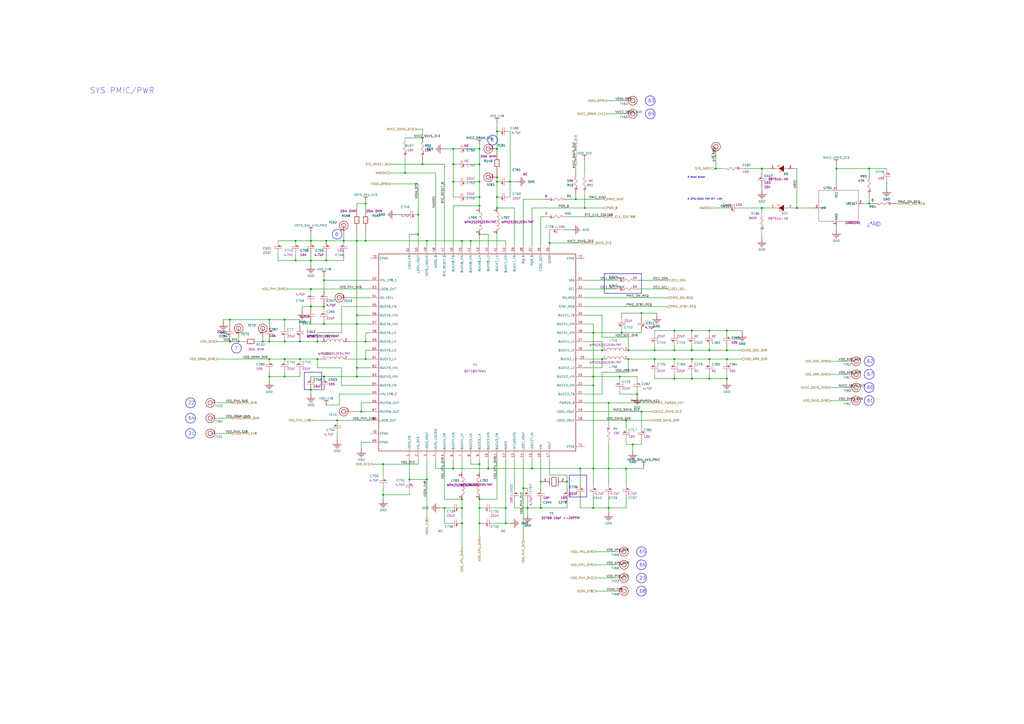
<source format=kicad_sch>
(kicad_sch (version 20231120) (generator "eeschema") (generator_version "8.0")
  (paper "A2")
  (title_block (title "Librem 5 Mainboard") (date "2024-03-21") (rev "v1.0.6") (company "Purism SPC") (comment 1 "GNU GPLv3+") (comment 2 "Copyright"))
  (junction (at 278.13 294.64))
  (junction (at 360.68 193.04))
  (junction (at 212.09 118.11))
  (junction (at 369.57 228.6))
  (junction (at 353.06 271.78))
  (junction (at 212.09 198.12))
  (junction (at 504.19 118.11))
  (junction (at 207.01 213.36))
  (junction (at 353.06 294.64))
  (junction (at 278.13 86.36))
  (junction (at 283.21 271.78))
  (junction (at 247.65 139.7))
  (junction (at 207.01 187.96))
  (junction (at 278.13 135.89))
  (junction (at 278.13 95.25))
  (junction (at 485.14 97.79))
  (junction (at 401.32 219.71))
  (junction (at 318.77 140.97))
  (junction (at 209.55 238.76))
  (junction (at 288.29 102.87))
  (junction (at 207.01 139.7))
  (junction (at 180.34 139.7))
  (junction (at 421.64 191.77))
  (junction (at 441.96 120.65))
  (junction (at 278.13 105.41))
  (junction (at 421.64 219.71))
  (junction (at 344.17 218.44))
  (junction (at 401.32 208.28))
  (junction (at 187.96 218.44))
  (junction (at 245.11 95.25))
  (junction (at 173.99 208.28))
  (junction (at 391.16 203.2))
  (junction (at 504.19 97.79))
  (junction (at 267.97 289.56))
  (junction (at 171.45 139.7))
  (junction (at 344.17 193.04))
  (junction (at 401.32 191.77))
  (junction (at 349.25 203.2))
  (junction (at 411.48 219.71))
  (junction (at 189.23 151.13))
  (junction (at 308.61 271.78))
  (junction (at 234.95 100.33))
  (junction (at 278.13 289.56))
  (junction (at 363.22 271.78))
  (junction (at 152.4 198.12))
  (junction (at 411.48 191.77))
  (junction (at 391.16 219.71))
  (junction (at 344.17 223.52))
  (junction (at 180.34 167.64))
  (junction (at 364.49 203.2))
  (junction (at 165.1 185.42))
  (junction (at 133.35 198.12))
  (junction (at 379.73 208.28))
  (junction (at 295.91 105.41))
  (junction (at 242.57 124.46))
  (junction (at 195.58 243.84))
  (junction (at 288.29 86.36))
  (junction (at 349.25 208.28))
  (junction (at 344.17 271.78))
  (junction (at 313.69 279.4))
  (junction (at 288.29 105.41))
  (junction (at 262.89 86.36))
  (junction (at 273.05 139.7))
  (junction (at 165.1 218.44))
  (junction (at 242.57 135.89))
  (junction (at 278.13 114.3))
  (junction (at 344.17 294.64))
  (junction (at 156.21 218.44))
  (junction (at 189.23 139.7))
  (junction (at 180.34 151.13))
  (junction (at 165.1 198.12))
  (junction (at 288.29 114.3))
  (junction (at 328.93 279.4))
  (junction (at 267.97 294.64))
  (junction (at 207.01 182.88))
  (junction (at 180.34 177.8))
  (junction (at 187.96 162.56))
  (junction (at 421.64 203.2))
  (junction (at 187.96 187.96))
  (junction (at 199.39 139.7))
  (junction (at 411.48 203.2))
  (junction (at 288.29 120.65))
  (junction (at 212.09 208.28))
  (junction (at 133.35 185.42))
  (junction (at 372.11 238.76))
  (junction (at 187.96 177.8))
  (junction (at 138.43 198.12))
  (junction (at 401.32 203.2))
  (junction (at 262.89 95.25))
  (junction (at 237.49 278.13))
  (junction (at 247.65 278.13))
  (junction (at 173.99 198.12))
  (junction (at 222.25 269.24))
  (junction (at 262.89 271.78))
  (junction (at 184.15 198.12))
  (junction (at 303.53 283.21))
  (junction (at 207.01 218.44))
  (junction (at 156.21 185.42))
  (junction (at 171.45 151.13))
  (junction (at 421.64 208.28))
  (junction (at 257.81 294.64))
  (junction (at 306.07 294.64))
  (junction (at 156.21 208.28))
  (junction (at 313.69 294.64))
  (junction (at 391.16 191.77))
  (junction (at 411.48 208.28))
  (junction (at 364.49 208.28))
  (junction (at 372.11 181.61))
  (junction (at 267.97 303.53))
  (junction (at 334.01 115.57))
  (junction (at 222.25 287.02))
  (junction (at 367.03 257.81))
  (junction (at 415.29 97.79))
  (junction (at 180.34 226.06))
  (junction (at 441.96 97.79))
  (junction (at 293.37 294.64))
  (junction (at 359.41 218.44))
  (junction (at 212.09 139.7))
  (junction (at 339.09 120.65))
  (junction (at 278.13 303.53))
  (junction (at 293.37 303.53))
  (junction (at 278.13 119.38))
  (junction (at 278.13 269.24))
  (junction (at 462.28 120.65))
  (junction (at 262.89 105.41))
  (junction (at 267.97 139.7))
  (junction (at 363.22 243.84))
  (junction (at 391.16 208.28))
  (junction (at 353.06 233.68))
  (junction (at 165.1 208.28))
  (junction (at 184.15 208.28))
  (junction (at 156.21 198.12))
  (junction (at 288.29 76.2))
  (junction (at 336.55 271.78))
  (junction (at 379.73 203.2))
  (junction (at 245.11 80.01))
  (wire (pts (xy 353.06 233.68) (xy 353.06 245.11)) (stroke (width 0.254)))
  (wire (pts (xy 500.38 118.11) (xy 504.19 118.11)) (stroke (width 0.254)))
  (wire (pts (xy 359.41 218.44) (xy 359.41 219.71)) (stroke (width 0.254)))
  (wire (pts (xy 318.77 275.59) (xy 328.93 275.59)) (stroke (width 0.254)))
  (wire (pts (xy 180.34 226.06) (xy 187.96 226.06)) (stroke (width 0.254)))
  (wire (pts (xy 214.63 193.04) (xy 212.09 193.04)) (stroke (width 0.254)))
  (wire (pts (xy 401.32 208.28) (xy 411.48 208.28)) (stroke (width 0.254)))
  (wire (pts (xy 372.11 181.61) (xy 381 181.61)) (stroke (width 0.254)))
  (wire (pts (xy 288.29 86.36) (xy 288.29 76.2)) (stroke (width 0.254)))
  (wire (pts (xy 462.28 120.65) (xy 472.44 120.65)) (stroke (width 0.254)))
  (wire (pts (xy 441.96 97.79) (xy 447.04 97.79)) (stroke (width 0.254)))
  (wire (pts (xy 242.57 266.7) (xy 242.57 269.24)) (stroke (width 0.254)))
  (wire (pts (xy 391.16 208.28) (xy 401.32 208.28)) (stroke (width 0.254)))
  (wire (pts (xy 196.85 234.95) (xy 189.23 234.95)) (stroke (width 0.254)))
  (wire (pts (xy 353.06 294.64) (xy 353.06 297.18)) (stroke (width 0.254)))
  (wire (pts (xy 353.06 257.81) (xy 353.06 271.78)) (stroke (width 0.254)))
  (wire (pts (xy 173.99 185.42) (xy 165.1 185.42)) (stroke (width 0.254)))
  (wire (pts (xy 195.58 243.84) (xy 181.61 243.84)) (stroke (width 0.254)))
  (wire (pts (xy 379.73 193.04) (xy 379.73 191.77)) (stroke (width 0.254)))
  (wire (pts (xy 359.41 218.44) (xy 369.57 218.44)) (stroke (width 0.254)))
  (wire (pts (xy 411.48 219.71) (xy 421.64 219.71)) (stroke (width 0.254)))
  (wire (pts (xy 129.54 185.42) (xy 129.54 186.69)) (stroke (width 0.254)))
  (wire (pts (xy 161.29 147.32) (xy 161.29 151.13)) (stroke (width 0.254)))
  (wire (pts (xy 278.13 114.3) (xy 278.13 119.38)) (stroke (width 0.254)))
  (wire (pts (xy 360.68 193.04) (xy 360.68 191.77)) (stroke (width 0.254)))
  (wire (pts (xy 237.49 142.24) (xy 237.49 135.89)) (stroke (width 0.254)))
  (wire (pts (xy 152.4 195.58) (xy 152.4 198.12)) (stroke (width 0.254)))
  (wire (pts (xy 242.57 106.68) (xy 226.06 106.68)) (stroke (width 0.254)))
  (wire (pts (xy 198.12 193.04) (xy 184.15 193.04)) (stroke (width 0.254)))
  (wire (pts (xy 171.45 151.13) (xy 180.34 151.13)) (stroke (width 0.254)))
  (wire (pts (xy 349.25 198.12) (xy 349.25 203.2)) (stroke (width 0.254)))
  (wire (pts (xy 257.81 289.56) (xy 267.97 289.56)) (stroke (width 0.254)))
  (wire (pts (xy 165.1 185.42) (xy 156.21 185.42)) (stroke (width 0.254)))
  (polyline (pts (xy 372.11 158.75) (xy 350.52 158.75)) (stroke (width 0.254) (type solid)))
  (wire (pts (xy 391.16 219.71) (xy 401.32 219.71)) (stroke (width 0.254)))
  (wire (pts (xy 387.35 167.64) (xy 369.57 167.64)) (stroke (width 0.254)))
  (polyline (pts (xy 186.69 215.9) (xy 176.53 215.9)) (stroke (width 0.254) (type solid)))
  (wire (pts (xy 184.15 208.28) (xy 173.99 208.28)) (stroke (width 0.254)))
  (wire (pts (xy 336.55 280.67) (xy 336.55 271.78)) (stroke (width 0.254)))
  (wire (pts (xy 353.06 233.68) (xy 378.46 233.68)) (stroke (width 0.254)))
  (wire (pts (xy 247.65 142.24) (xy 247.65 139.7)) (stroke (width 0.254)))
  (wire (pts (xy 257.81 303.53) (xy 257.81 294.64)) (stroke (width 0.254)))
  (wire (pts (xy 318.77 142.24) (xy 318.77 140.97)) (stroke (width 0.254)))
  (wire (pts (xy 363.22 280.67) (xy 363.22 271.78)) (stroke (width 0.254)))
  (wire (pts (xy 313.69 266.7) (xy 313.69 279.4)) (stroke (width 0.254)))
  (wire (pts (xy 184.15 193.04) (xy 184.15 198.12)) (stroke (width 0.254)))
  (wire (pts (xy 187.96 162.56) (xy 187.96 160.02)) (stroke (width 0.254)))
  (wire (pts (xy 504.19 114.3) (xy 504.19 118.11)) (stroke (width 0.254)))
  (wire (pts (xy 264.16 86.36) (xy 262.89 86.36)) (stroke (width 0.254)))
  (wire (pts (xy 212.09 198.12) (xy 214.63 198.12)) (stroke (width 0.254)))
  (wire (pts (xy 288.29 105.41) (xy 288.29 102.87)) (stroke (width 0.254)))
  (wire (pts (xy 288.29 87.63) (xy 288.29 86.36)) (stroke (width 0.254)))
  (wire (pts (xy 195.58 251.46) (xy 195.58 255.27)) (stroke (width 0.254)))
  (wire (pts (xy 313.69 294.64) (xy 306.07 294.64)) (stroke (width 0.254)))
  (wire (pts (xy 339.09 238.76) (xy 372.11 238.76)) (stroke (width 0.254)))
  (wire (pts (xy 391.16 200.66) (xy 391.16 203.2)) (stroke (width 0.254)))
  (wire (pts (xy 298.45 294.64) (xy 306.07 294.64)) (stroke (width 0.254)))
  (wire (pts (xy 222.25 275.59) (xy 222.25 269.24)) (stroke (width 0.254)))
  (wire (pts (xy 298.45 290.83) (xy 298.45 294.64)) (stroke (width 0.254)))
  (wire (pts (xy 214.63 182.88) (xy 207.01 182.88)) (stroke (width 0.254)))
  (wire (pts (xy 222.25 287.02) (xy 222.25 289.56)) (stroke (width 0.254)))
  (wire (pts (xy 421.64 203.2) (xy 430.53 203.2)) (stroke (width 0.254)))
  (wire (pts (xy 125.73 198.12) (xy 133.35 198.12)) (stroke (width 0.254)))
  (wire (pts (xy 156.21 218.44) (xy 156.21 215.9)) (stroke (width 0.254)))
  (wire (pts (xy 283.21 135.89) (xy 283.21 142.24)) (stroke (width 0.254)))
  (wire (pts (xy 421.64 208.28) (xy 421.64 209.55)) (stroke (width 0.254)))
  (wire (pts (xy 278.13 289.56) (xy 278.13 294.64)) (stroke (width 0.254)))
  (wire (pts (xy 421.64 219.71) (xy 421.64 220.98)) (stroke (width 0.254)))
  (wire (pts (xy 339.09 182.88) (xy 349.25 182.88)) (stroke (width 0.254)))
  (wire (pts (xy 156.21 198.12) (xy 152.4 198.12)) (stroke (width 0.254)))
  (wire (pts (xy 293.37 139.7) (xy 273.05 139.7)) (stroke (width 0.254)))
  (wire (pts (xy 387.35 162.56) (xy 369.57 162.56)) (stroke (width 0.254)))
  (wire (pts (xy 372.11 181.61) (xy 372.11 184.15)) (stroke (width 0.254)))
  (wire (pts (xy 303.53 266.7) (xy 303.53 283.21)) (stroke (width 0.254)))
  (wire (pts (xy 344.17 193.04) (xy 344.17 187.96)) (stroke (width 0.254)))
  (wire (pts (xy 262.89 95.25) (xy 262.89 86.36)) (stroke (width 0.254)))
  (wire (pts (xy 214.63 162.56) (xy 187.96 162.56)) (stroke (width 0.254)))
  (wire (pts (xy 214.63 177.8) (xy 198.12 177.8)) (stroke (width 0.254)))
  (wire (pts (xy 209.55 233.68) (xy 214.63 233.68)) (stroke (width 0.254)))
  (wire (pts (xy 359.41 227.33) (xy 359.41 228.6)) (stroke (width 0.254)))
  (wire (pts (xy 273.05 269.24) (xy 278.13 269.24)) (stroke (width 0.254)))
  (wire (pts (xy 328.93 125.73) (xy 350.52 125.73)) (stroke (width 0.254)))
  (wire (pts (xy 247.65 139.7) (xy 267.97 139.7)) (stroke (width 0.254)))
  (wire (pts (xy 379.73 219.71) (xy 391.16 219.71)) (stroke (width 0.254)))
  (wire (pts (xy 372.11 191.77) (xy 372.11 193.04)) (stroke (width 0.254)))
  (wire (pts (xy 328.93 290.83) (xy 328.93 294.64)) (stroke (width 0.254)))
  (wire (pts (xy 353.06 271.78) (xy 363.22 271.78)) (stroke (width 0.254)))
  (wire (pts (xy 308.61 266.7) (xy 308.61 271.78)) (stroke (width 0.254)))
  (wire (pts (xy 391.16 193.04) (xy 391.16 191.77)) (stroke (width 0.254)))
  (wire (pts (xy 379.73 208.28) (xy 391.16 208.28)) (stroke (width 0.254)))
  (wire (pts (xy 262.89 105.41) (xy 262.89 95.25)) (stroke (width 0.254)))
  (wire (pts (xy 267.97 303.53) (xy 267.97 317.5)) (stroke (width 0.254)))
  (wire (pts (xy 519.43 118.11) (xy 521.97 118.11)) (stroke (width 0.254)))
  (wire (pts (xy 245.11 95.25) (xy 226.06 95.25)) (stroke (width 0.254)))
  (wire (pts (xy 222.25 287.02) (xy 222.25 283.21)) (stroke (width 0.254)))
  (wire (pts (xy 234.95 92.71) (xy 234.95 100.33)) (stroke (width 0.254)))
  (wire (pts (xy 257.81 95.25) (xy 245.11 95.25)) (stroke (width 0.254)))
  (wire (pts (xy 207.01 134.62) (xy 207.01 139.7)) (stroke (width 0.254)))
  (wire (pts (xy 264.16 95.25) (xy 262.89 95.25)) (stroke (width 0.254)))
  (wire (pts (xy 334.01 113.03) (xy 334.01 115.57)) (stroke (width 0.254)))
  (wire (pts (xy 421.64 191.77) (xy 430.53 191.77)) (stroke (width 0.254)))
  (wire (pts (xy 364.49 215.9) (xy 349.25 215.9)) (stroke (width 0.254)))
  (wire (pts (xy 264.16 114.3) (xy 262.89 114.3)) (stroke (width 0.254)))
  (wire (pts (xy 125.73 208.28) (xy 156.21 208.28)) (stroke (width 0.254)))
  (wire (pts (xy 173.99 198.12) (xy 165.1 198.12)) (stroke (width 0.254)))
  (polyline (pts (xy 340.36 275.59) (xy 330.2 275.59)) (stroke (width 0.254) (type solid)))
  (wire (pts (xy 504.19 101.6) (xy 504.19 97.79)) (stroke (width 0.254)))
  (wire (pts (xy 267.97 139.7) (xy 273.05 139.7)) (stroke (width 0.254)))
  (wire (pts (xy 364.49 203.2) (xy 379.73 203.2)) (stroke (width 0.254)))
  (polyline (pts (xy 186.69 226.06) (xy 186.69 215.9)) (stroke (width 0.254) (type solid)))
  (wire (pts (xy 247.65 278.13) (xy 237.49 278.13)) (stroke (width 0.254)))
  (wire (pts (xy 419.1 97.79) (xy 415.29 97.79)) (stroke (width 0.254)))
  (wire (pts (xy 187.96 187.96) (xy 207.01 187.96)) (stroke (width 0.254)))
  (wire (pts (xy 212.09 134.62) (xy 212.09 139.7)) (stroke (width 0.254)))
  (wire (pts (xy 363.22 271.78) (xy 373.38 271.78)) (stroke (width 0.254)))
  (wire (pts (xy 283.21 271.78) (xy 308.61 271.78)) (stroke (width 0.254)))
  (wire (pts (xy 180.34 177.8) (xy 175.26 177.8)) (stroke (width 0.254)))
  (wire (pts (xy 247.65 266.7) (xy 247.65 278.13)) (stroke (width 0.254)))
  (wire (pts (xy 278.13 274.32) (xy 278.13 269.24)) (stroke (width 0.254)))
  (wire (pts (xy 485.14 97.79) (xy 485.14 95.25)) (stroke (width 0.254)))
  (wire (pts (xy 214.63 167.64) (xy 180.34 167.64)) (stroke (width 0.254)))
  (wire (pts (xy 212.09 118.11) (xy 212.09 116.84)) (stroke (width 0.254)))
  (wire (pts (xy 491.49 232.41) (xy 481.33 232.41)) (stroke (width 0.254)))
  (wire (pts (xy 344.17 218.44) (xy 339.09 218.44)) (stroke (width 0.254)))
  (wire (pts (xy 313.69 125.73) (xy 316.23 125.73)) (stroke (width 0.254)))
  (polyline (pts (xy 350.52 158.75) (xy 350.52 170.18)) (stroke (width 0.254) (type solid)))
  (wire (pts (xy 344.17 294.64) (xy 336.55 294.64)) (stroke (width 0.254)))
  (wire (pts (xy 288.29 71.12) (xy 288.29 76.2)) (stroke (width 0.254)))
  (wire (pts (xy 344.17 193.04) (xy 339.09 193.04)) (stroke (width 0.254)))
  (wire (pts (xy 267.97 142.24) (xy 267.97 139.7)) (stroke (width 0.254)))
  (wire (pts (xy 278.13 105.41) (xy 278.13 95.25)) (stroke (width 0.254)))
  (wire (pts (xy 278.13 142.24) (xy 278.13 135.89)) (stroke (width 0.254)))
  (wire (pts (xy 180.34 139.7) (xy 180.34 134.62)) (stroke (width 0.254)))
  (wire (pts (xy 184.15 213.36) (xy 198.12 213.36)) (stroke (width 0.254)))
  (wire (pts (xy 367.03 257.81) (xy 367.03 261.62)) (stroke (width 0.254)))
  (wire (pts (xy 262.89 271.78) (xy 283.21 271.78)) (stroke (width 0.254)))
  (wire (pts (xy 165.1 189.23) (xy 165.1 185.42)) (stroke (width 0.254)))
  (wire (pts (xy 441.96 97.79) (xy 431.8 97.79)) (stroke (width 0.254)))
  (wire (pts (xy 209.55 260.35) (xy 209.55 256.54)) (stroke (width 0.254)))
  (wire (pts (xy 156.21 218.44) (xy 156.21 220.98)) (stroke (width 0.254)))
  (wire (pts (xy 264.16 105.41) (xy 262.89 105.41)) (stroke (width 0.254)))
  (wire (pts (xy 279.4 303.53) (xy 278.13 303.53)) (stroke (width 0.254)))
  (wire (pts (xy 198.12 213.36) (xy 198.12 223.52)) (stroke (width 0.254)))
  (wire (pts (xy 401.32 209.55) (xy 401.32 208.28)) (stroke (width 0.254)))
  (wire (pts (xy 189.23 147.32) (xy 189.23 151.13)) (stroke (width 0.254)))
  (wire (pts (xy 328.93 294.64) (xy 313.69 294.64)) (stroke (width 0.254)))
  (wire (pts (xy 349.25 213.36) (xy 349.25 208.28)) (stroke (width 0.254)))
  (wire (pts (xy 262.89 86.36) (xy 257.81 86.36)) (stroke (width 0.254)))
  (wire (pts (xy 344.17 280.67) (xy 344.17 271.78)) (stroke (width 0.254)))
  (wire (pts (xy 313.69 290.83) (xy 313.69 294.64)) (stroke (width 0.254)))
  (wire (pts (xy 278.13 135.89) (xy 283.21 135.89)) (stroke (width 0.254)))
  (wire (pts (xy 339.09 213.36) (xy 349.25 213.36)) (stroke (width 0.254)))
  (wire (pts (xy 313.69 142.24) (xy 313.69 125.73)) (stroke (width 0.254)))
  (wire (pts (xy 180.34 218.44) (xy 187.96 218.44)) (stroke (width 0.254)))
  (wire (pts (xy 180.34 179.07) (xy 180.34 177.8)) (stroke (width 0.254)))
  (wire (pts (xy 283.21 266.7) (xy 283.21 271.78)) (stroke (width 0.254)))
  (wire (pts (xy 198.12 177.8) (xy 198.12 193.04)) (stroke (width 0.254)))
  (wire (pts (xy 391.16 217.17) (xy 391.16 219.71)) (stroke (width 0.254)))
  (wire (pts (xy 252.73 100.33) (xy 234.95 100.33)) (stroke (width 0.254)))
  (wire (pts (xy 180.34 167.64) (xy 166.37 167.64)) (stroke (width 0.254)))
  (wire (pts (xy 339.09 203.2) (xy 349.25 203.2)) (stroke (width 0.254)))
  (wire (pts (xy 359.41 228.6) (xy 369.57 228.6)) (stroke (width 0.254)))
  (wire (pts (xy 207.01 187.96) (xy 207.01 213.36)) (stroke (width 0.254)))
  (wire (pts (xy 441.96 100.33) (xy 441.96 97.79)) (stroke (width 0.254)))
  (wire (pts (xy 161.29 139.7) (xy 171.45 139.7)) (stroke (width 0.254)))
  (wire (pts (xy 356.87 335.28) (xy 345.44 335.28)) (stroke (width 0.254)))
  (wire (pts (xy 295.91 105.41) (xy 299.72 105.41)) (stroke (width 0.254)))
  (wire (pts (xy 293.37 303.53) (xy 295.91 303.53)) (stroke (width 0.254)))
  (wire (pts (xy 260.35 303.53) (xy 257.81 303.53)) (stroke (width 0.254)))
  (wire (pts (xy 212.09 193.04) (xy 212.09 198.12)) (stroke (width 0.254)))
  (wire (pts (xy 214.63 203.2) (xy 212.09 203.2)) (stroke (width 0.254)))
  (wire (pts (xy 491.49 224.79) (xy 481.33 224.79)) (stroke (width 0.254)))
  (wire (pts (xy 257.81 142.24) (xy 257.81 95.25)) (stroke (width 0.254)))
  (wire (pts (xy 252.73 142.24) (xy 252.73 100.33)) (stroke (width 0.254)))
  (polyline (pts (xy 340.36 288.29) (xy 340.36 275.59)) (stroke (width 0.254) (type solid)))
  (wire (pts (xy 421.64 193.04) (xy 421.64 191.77)) (stroke (width 0.254)))
  (wire (pts (xy 187.96 176.53) (xy 187.96 177.8)) (stroke (width 0.254)))
  (wire (pts (xy 180.34 151.13) (xy 180.34 153.67)) (stroke (width 0.254)))
  (wire (pts (xy 173.99 189.23) (xy 173.99 185.42)) (stroke (width 0.254)))
  (wire (pts (xy 363.22 288.29) (xy 363.22 294.64)) (stroke (width 0.254)))
  (wire (pts (xy 180.34 151.13) (xy 189.23 151.13)) (stroke (width 0.254)))
  (wire (pts (xy 156.21 208.28) (xy 165.1 208.28)) (stroke (width 0.254)))
  (wire (pts (xy 180.34 187.96) (xy 180.34 186.69)) (stroke (width 0.254)))
  (wire (pts (xy 252.73 271.78) (xy 262.89 271.78)) (stroke (width 0.254)))
  (wire (pts (xy 173.99 196.85) (xy 173.99 198.12)) (stroke (width 0.254)))
  (wire (pts (xy 171.45 147.32) (xy 171.45 151.13)) (stroke (width 0.254)))
  (wire (pts (xy 207.01 118.11) (xy 207.01 120.65)) (stroke (width 0.254)))
  (wire (pts (xy 379.73 203.2) (xy 391.16 203.2)) (stroke (width 0.254)))
  (wire (pts (xy 278.13 86.36) (xy 278.13 83.82)) (stroke (width 0.254)))
  (wire (pts (xy 187.96 186.69) (xy 187.96 187.96)) (stroke (width 0.254)))
  (wire (pts (xy 267.97 289.56) (xy 267.97 294.64)) (stroke (width 0.254)))
  (wire (pts (xy 133.35 198.12) (xy 133.35 196.85)) (stroke (width 0.254)))
  (wire (pts (xy 293.37 142.24) (xy 293.37 139.7)) (stroke (width 0.254)))
  (wire (pts (xy 344.17 223.52) (xy 339.09 223.52)) (stroke (width 0.254)))
  (wire (pts (xy 339.09 113.03) (xy 339.09 120.65)) (stroke (width 0.254)))
  (polyline (pts (xy 330.2 288.29) (xy 340.36 288.29)) (stroke (width 0.254) (type solid)))
  (wire (pts (xy 430.53 191.77) (xy 430.53 193.04)) (stroke (width 0.254)))
  (wire (pts (xy 363.22 257.81) (xy 367.03 257.81)) (stroke (width 0.254)))
  (wire (pts (xy 298.45 142.24) (xy 298.45 120.65)) (stroke (width 0.254)))
  (wire (pts (xy 184.15 198.12) (xy 173.99 198.12)) (stroke (width 0.254)))
  (wire (pts (xy 257.81 294.64) (xy 255.27 294.64)) (stroke (width 0.254)))
  (wire (pts (xy 212.09 139.7) (xy 207.01 139.7)) (stroke (width 0.254)))
  (wire (pts (xy 199.39 139.7) (xy 189.23 139.7)) (stroke (width 0.254)))
  (wire (pts (xy 349.25 228.6) (xy 339.09 228.6)) (stroke (width 0.254)))
  (wire (pts (xy 369.57 228.6) (xy 369.57 227.33)) (stroke (width 0.254)))
  (wire (pts (xy 127 251.46) (xy 134.62 251.46)) (stroke (width 0.254)))
  (wire (pts (xy 173.99 218.44) (xy 165.1 218.44)) (stroke (width 0.254)))
  (wire (pts (xy 344.17 294.64) (xy 353.06 294.64)) (stroke (width 0.254)))
  (wire (pts (xy 133.35 189.23) (xy 133.35 185.42)) (stroke (width 0.254)))
  (wire (pts (xy 514.35 109.22) (xy 514.35 105.41)) (stroke (width 0.254)))
  (wire (pts (xy 339.09 120.65) (xy 350.52 120.65)) (stroke (width 0.254)))
  (wire (pts (xy 212.09 120.65) (xy 212.09 118.11)) (stroke (width 0.254)))
  (wire (pts (xy 344.17 218.44) (xy 344.17 193.04)) (stroke (width 0.254)))
  (wire (pts (xy 391.16 209.55) (xy 391.16 208.28)) (stroke (width 0.254)))
  (wire (pts (xy 262.89 114.3) (xy 262.89 105.41)) (stroke (width 0.254)))
  (wire (pts (xy 344.17 218.44) (xy 359.41 218.44)) (stroke (width 0.254)))
  (wire (pts (xy 328.93 279.4) (xy 328.93 283.21)) (stroke (width 0.254)))
  (wire (pts (xy 401.32 219.71) (xy 411.48 219.71)) (stroke (width 0.254)))
  (wire (pts (xy 391.16 191.77) (xy 401.32 191.77)) (stroke (width 0.254)))
  (wire (pts (xy 278.13 119.38) (xy 278.13 120.65)) (stroke (width 0.254)))
  (wire (pts (xy 415.29 90.17) (xy 415.29 97.79)) (stroke (width 0.254)))
  (wire (pts (xy 273.05 139.7) (xy 273.05 142.24)) (stroke (width 0.254)))
  (wire (pts (xy 278.13 114.3) (xy 278.13 105.41)) (stroke (width 0.254)))
  (wire (pts (xy 379.73 200.66) (xy 379.73 203.2)) (stroke (width 0.254)))
  (wire (pts (xy 278.13 294.64) (xy 278.13 303.53)) (stroke (width 0.254)))
  (wire (pts (xy 278.13 294.64) (xy 279.4 294.64)) (stroke (width 0.254)))
  (wire (pts (xy 411.48 203.2) (xy 421.64 203.2)) (stroke (width 0.254)))
  (wire (pts (xy 161.29 151.13) (xy 171.45 151.13)) (stroke (width 0.254)))
  (wire (pts (xy 421.64 200.66) (xy 421.64 203.2)) (stroke (width 0.254)))
  (wire (pts (xy 429.26 120.65) (xy 441.96 120.65)) (stroke (width 0.254)))
  (wire (pts (xy 186.69 198.12) (xy 184.15 198.12)) (stroke (width 0.254)))
  (wire (pts (xy 271.78 114.3) (xy 278.13 114.3)) (stroke (width 0.254)))
  (wire (pts (xy 222.25 287.02) (xy 237.49 287.02)) (stroke (width 0.254)))
  (wire (pts (xy 421.64 217.17) (xy 421.64 219.71)) (stroke (width 0.254)))
  (wire (pts (xy 257.81 266.7) (xy 257.81 289.56)) (stroke (width 0.254)))
  (wire (pts (xy 278.13 303.53) (xy 278.13 311.15)) (stroke (width 0.254)))
  (wire (pts (xy 288.29 101.6) (xy 288.29 102.87)) (stroke (width 0.254)))
  (wire (pts (xy 212.09 118.11) (xy 207.01 118.11)) (stroke (width 0.254)))
  (wire (pts (xy 207.01 139.7) (xy 199.39 139.7)) (stroke (width 0.254)))
  (wire (pts (xy 184.15 208.28) (xy 184.15 213.36)) (stroke (width 0.254)))
  (wire (pts (xy 485.14 133.35) (xy 485.14 130.81)) (stroke (width 0.254)))
  (wire (pts (xy 212.09 203.2) (xy 212.09 208.28)) (stroke (width 0.254)))
  (wire (pts (xy 207.01 218.44) (xy 214.63 218.44)) (stroke (width 0.254)))
  (wire (pts (xy 133.35 185.42) (xy 129.54 185.42)) (stroke (width 0.254)))
  (wire (pts (xy 344.17 271.78) (xy 344.17 223.52)) (stroke (width 0.254)))
  (polyline (pts (xy 176.53 215.9) (xy 176.53 226.06)) (stroke (width 0.254) (type solid)))
  (wire (pts (xy 156.21 196.85) (xy 156.21 198.12)) (stroke (width 0.254)))
  (wire (pts (xy 165.1 198.12) (xy 156.21 198.12)) (stroke (width 0.254)))
  (wire (pts (xy 242.57 269.24) (xy 222.25 269.24)) (stroke (width 0.254)))
  (wire (pts (xy 369.57 228.6) (xy 369.57 229.87)) (stroke (width 0.254)))
  (wire (pts (xy 214.63 172.72) (xy 201.93 172.72)) (stroke (width 0.254)))
  (wire (pts (xy 411.48 191.77) (xy 421.64 191.77)) (stroke (width 0.254)))
  (wire (pts (xy 364.49 208.28) (xy 364.49 215.9)) (stroke (width 0.254)))
  (wire (pts (xy 201.93 208.28) (xy 212.09 208.28)) (stroke (width 0.254)))
  (wire (pts (xy 173.99 215.9) (xy 173.99 218.44)) (stroke (width 0.254)))
  (wire (pts (xy 271.78 105.41) (xy 278.13 105.41)) (stroke (width 0.254)))
  (wire (pts (xy 198.12 223.52) (xy 214.63 223.52)) (stroke (width 0.254)))
  (wire (pts (xy 127 233.68) (xy 134.62 233.68)) (stroke (width 0.254)))
  (wire (pts (xy 180.34 168.91) (xy 180.34 167.64)) (stroke (width 0.254)))
  (wire (pts (xy 288.29 135.89) (xy 288.29 142.24)) (stroke (width 0.254)))
  (wire (pts (xy 127 242.57) (xy 134.62 242.57)) (stroke (width 0.254)))
  (wire (pts (xy 293.37 266.7) (xy 293.37 294.64)) (stroke (width 0.254)))
  (wire (pts (xy 401.32 191.77) (xy 411.48 191.77)) (stroke (width 0.254)))
  (wire (pts (xy 367.03 257.81) (xy 372.11 257.81)) (stroke (width 0.254)))
  (wire (pts (xy 364.49 208.28) (xy 379.73 208.28)) (stroke (width 0.254)))
  (wire (pts (xy 339.09 198.12) (xy 349.25 198.12)) (stroke (width 0.254)))
  (wire (pts (xy 306.07 294.64) (xy 306.07 290.83)) (stroke (width 0.254)))
  (wire (pts (xy 491.49 217.17) (xy 481.33 217.17)) (stroke (width 0.254)))
  (wire (pts (xy 287.02 294.64) (xy 293.37 294.64)) (stroke (width 0.254)))
  (wire (pts (xy 391.16 203.2) (xy 401.32 203.2)) (stroke (width 0.254)))
  (wire (pts (xy 207.01 213.36) (xy 207.01 218.44)) (stroke (width 0.254)))
  (wire (pts (xy 401.32 203.2) (xy 411.48 203.2)) (stroke (width 0.254)))
  (wire (pts (xy 187.96 168.91) (xy 187.96 162.56)) (stroke (width 0.254)))
  (wire (pts (xy 298.45 120.65) (xy 288.29 120.65)) (stroke (width 0.254)))
  (wire (pts (xy 326.39 133.35) (xy 331.47 133.35)) (stroke (width 0.254)))
  (wire (pts (xy 336.55 294.64) (xy 336.55 288.29)) (stroke (width 0.254)))
  (wire (pts (xy 344.17 271.78) (xy 353.06 271.78)) (stroke (width 0.254)))
  (wire (pts (xy 339.09 243.84) (xy 363.22 243.84)) (stroke (width 0.254)))
  (wire (pts (xy 318.77 140.97) (xy 318.77 133.35)) (stroke (width 0.254)))
  (wire (pts (xy 171.45 139.7) (xy 180.34 139.7)) (stroke (width 0.254)))
  (wire (pts (xy 247.65 278.13) (xy 247.65 299.72)) (stroke (width 0.254)))
  (wire (pts (xy 199.39 135.89) (xy 199.39 139.7)) (stroke (width 0.254)))
  (wire (pts (xy 175.26 177.8) (xy 175.26 180.34)) (stroke (width 0.254)))
  (wire (pts (xy 441.96 120.65) (xy 441.96 123.19)) (stroke (width 0.254)))
  (wire (pts (xy 411.48 208.28) (xy 421.64 208.28)) (stroke (width 0.254)))
  (wire (pts (xy 485.14 97.79) (xy 485.14 107.95)) (stroke (width 0.254)))
  (wire (pts (xy 271.78 86.36) (xy 278.13 86.36)) (stroke (width 0.254)))
  (wire (pts (xy 295.91 76.2) (xy 295.91 105.41)) (stroke (width 0.254)))
  (wire (pts (xy 514.35 97.79) (xy 504.19 97.79)) (stroke (width 0.254)))
  (wire (pts (xy 180.34 147.32) (xy 180.34 151.13)) (stroke (width 0.254)))
  (wire (pts (xy 379.73 217.17) (xy 379.73 219.71)) (stroke (width 0.254)))
  (wire (pts (xy 401.32 217.17) (xy 401.32 219.71)) (stroke (width 0.254)))
  (wire (pts (xy 349.25 215.9) (xy 349.25 228.6)) (stroke (width 0.254)))
  (wire (pts (xy 336.55 271.78) (xy 344.17 271.78)) (stroke (width 0.254)))
  (wire (pts (xy 260.35 294.64) (xy 257.81 294.64)) (stroke (width 0.254)))
  (wire (pts (xy 209.55 238.76) (xy 209.55 233.68)) (stroke (width 0.254)))
  (wire (pts (xy 262.89 119.38) (xy 262.89 142.24)) (stroke (width 0.254)))
  (wire (pts (xy 242.57 135.89) (xy 242.57 142.24)) (stroke (width 0.254)))
  (wire (pts (xy 267.97 294.64) (xy 267.97 303.53)) (stroke (width 0.254)))
  (wire (pts (xy 421.64 208.28) (xy 430.53 208.28)) (stroke (width 0.254)))
  (wire (pts (xy 180.34 226.06) (xy 180.34 228.6)) (stroke (width 0.254)))
  (wire (pts (xy 165.1 196.85) (xy 165.1 198.12)) (stroke (width 0.254)))
  (wire (pts (xy 288.29 114.3) (xy 288.29 120.65)) (stroke (width 0.254)))
  (wire (pts (xy 303.53 283.21) (xy 306.07 283.21)) (stroke (width 0.254)))
  (wire (pts (xy 295.91 114.3) (xy 295.91 105.41)) (stroke (width 0.254)))
  (wire (pts (xy 504.19 118.11) (xy 506.73 118.11)) (stroke (width 0.254)))
  (wire (pts (xy 278.13 95.25) (xy 278.13 86.36)) (stroke (width 0.254)))
  (wire (pts (xy 222.25 269.24) (xy 215.9 269.24)) (stroke (width 0.254)))
  (wire (pts (xy 411.48 217.17) (xy 411.48 219.71)) (stroke (width 0.254)))
  (wire (pts (xy 441.96 120.65) (xy 447.04 120.65)) (stroke (width 0.254)))
  (wire (pts (xy 363.22 243.84) (xy 378.46 243.84)) (stroke (width 0.254)))
  (wire (pts (xy 344.17 288.29) (xy 344.17 294.64)) (stroke (width 0.254)))
  (wire (pts (xy 262.89 266.7) (xy 262.89 271.78)) (stroke (width 0.254)))
  (wire (pts (xy 278.13 119.38) (xy 262.89 119.38)) (stroke (width 0.254)))
  (wire (pts (xy 242.57 124.46) (xy 242.57 106.68)) (stroke (width 0.254)))
  (wire (pts (xy 334.01 100.33) (xy 334.01 95.25)) (stroke (width 0.254)))
  (polyline (pts (xy 330.2 275.59) (xy 330.2 288.29)) (stroke (width 0.254) (type solid)))
  (wire (pts (xy 303.53 115.57) (xy 316.23 115.57)) (stroke (width 0.254)))
  (wire (pts (xy 361.95 58.42) (xy 351.79 58.42)) (stroke (width 0.254)))
  (wire (pts (xy 441.96 135.89) (xy 441.96 138.43)) (stroke (width 0.254)))
  (wire (pts (xy 401.32 200.66) (xy 401.32 203.2)) (stroke (width 0.254)))
  (wire (pts (xy 207.01 187.96) (xy 207.01 182.88)) (stroke (width 0.254)))
  (wire (pts (xy 303.53 142.24) (xy 303.53 115.57)) (stroke (width 0.254)))
  (wire (pts (xy 133.35 198.12) (xy 138.43 198.12)) (stroke (width 0.254)))
  (wire (pts (xy 411.48 209.55) (xy 411.48 208.28)) (stroke (width 0.254)))
  (wire (pts (xy 344.17 187.96) (xy 339.09 187.96)) (stroke (width 0.254)))
  (wire (pts (xy 187.96 179.07) (xy 187.96 177.8)) (stroke (width 0.254)))
  (wire (pts (xy 372.11 257.81) (xy 372.11 255.27)) (stroke (width 0.254)))
  (wire (pts (xy 364.49 195.58) (xy 364.49 203.2)) (stroke (width 0.254)))
  (wire (pts (xy 336.55 271.78) (xy 308.61 271.78)) (stroke (width 0.254)))
  (wire (pts (xy 339.09 233.68) (xy 353.06 233.68)) (stroke (width 0.254)))
  (wire (pts (xy 278.13 289.56) (xy 288.29 289.56)) (stroke (width 0.254)))
  (wire (pts (xy 363.22 247.65) (xy 363.22 243.84)) (stroke (width 0.254)))
  (wire (pts (xy 415.29 97.79) (xy 414.02 97.79)) (stroke (width 0.254)))
  (wire (pts (xy 462.28 120.65) (xy 462.28 97.79)) (stroke (width 0.254)))
  (wire (pts (xy 353.06 280.67) (xy 353.06 271.78)) (stroke (width 0.254)))
  (wire (pts (xy 356.87 162.56) (xy 339.09 162.56)) (stroke (width 0.254)))
  (wire (pts (xy 361.95 66.04) (xy 351.79 66.04)) (stroke (width 0.254)))
  (wire (pts (xy 252.73 266.7) (xy 252.73 271.78)) (stroke (width 0.254)))
  (wire (pts (xy 214.63 243.84) (xy 195.58 243.84)) (stroke (width 0.254)))
  (wire (pts (xy 237.49 287.02) (xy 237.49 285.75)) (stroke (width 0.254)))
  (wire (pts (xy 344.17 223.52) (xy 344.17 218.44)) (stroke (width 0.254)))
  (wire (pts (xy 156.21 189.23) (xy 156.21 185.42)) (stroke (width 0.254)))
  (wire (pts (xy 318.77 140.97) (xy 337.82 140.97)) (stroke (width 0.254)))
  (wire (pts (xy 288.29 105.41) (xy 288.29 114.3)) (stroke (width 0.254)))
  (wire (pts (xy 234.95 124.46) (xy 229.87 124.46)) (stroke (width 0.254)))
  (wire (pts (xy 356.87 327.66) (xy 345.44 327.66)) (stroke (width 0.254)))
  (wire (pts (xy 369.57 218.44) (xy 369.57 219.71)) (stroke (width 0.254)))
  (wire (pts (xy 401.32 193.04) (xy 401.32 191.77)) (stroke (width 0.254)))
  (wire (pts (xy 379.73 191.77) (xy 391.16 191.77)) (stroke (width 0.254)))
  (wire (pts (xy 165.1 215.9) (xy 165.1 218.44)) (stroke (width 0.254)))
  (wire (pts (xy 441.96 110.49) (xy 441.96 107.95)) (stroke (width 0.254)))
  (wire (pts (xy 381 181.61) (xy 381 182.88)) (stroke (width 0.254)))
  (wire (pts (xy 189.23 139.7) (xy 180.34 139.7)) (stroke (width 0.254)))
  (wire (pts (xy 204.47 238.76) (xy 209.55 238.76)) (stroke (width 0.254)))
  (wire (pts (xy 318.77 266.7) (xy 318.77 275.59)) (stroke (width 0.254)))
  (wire (pts (xy 372.11 193.04) (xy 360.68 193.04)) (stroke (width 0.254)))
  (wire (pts (xy 504.19 97.79) (xy 485.14 97.79)) (stroke (width 0.254)))
  (wire (pts (xy 245.11 74.93) (xy 241.3 74.93)) (stroke (width 0.254)))
  (wire (pts (xy 328.93 115.57) (xy 334.01 115.57)) (stroke (width 0.254)))
  (wire (pts (xy 353.06 294.64) (xy 353.06 288.29)) (stroke (width 0.254)))
  (wire (pts (xy 214.63 228.6) (xy 196.85 228.6)) (stroke (width 0.254)))
  (wire (pts (xy 180.34 177.8) (xy 180.34 176.53)) (stroke (width 0.254)))
  (wire (pts (xy 313.69 279.4) (xy 313.69 283.21)) (stroke (width 0.254)))
  (wire (pts (xy 187.96 218.44) (xy 207.01 218.44)) (stroke (width 0.254)))
  (wire (pts (xy 339.09 172.72) (xy 387.35 172.72)) (stroke (width 0.254)))
  (wire (pts (xy 242.57 135.89) (xy 242.57 124.46)) (stroke (width 0.254)))
  (wire (pts (xy 207.01 182.88) (xy 207.01 139.7)) (stroke (width 0.254)))
  (wire (pts (xy 212.09 208.28) (xy 214.63 208.28)) (stroke (width 0.254)))
  (wire (pts (xy 411.48 193.04) (xy 411.48 191.77)) (stroke (width 0.254)))
  (wire (pts (xy 199.39 151.13) (xy 199.39 147.32)) (stroke (width 0.254)))
  (wire (pts (xy 363.22 294.64) (xy 353.06 294.64)) (stroke (width 0.254)))
  (wire (pts (xy 344.17 193.04) (xy 360.68 193.04)) (stroke (width 0.254)))
  (wire (pts (xy 189.23 151.13) (xy 199.39 151.13)) (stroke (width 0.254)))
  (wire (pts (xy 173.99 208.28) (xy 165.1 208.28)) (stroke (width 0.254)))
  (wire (pts (xy 339.09 100.33) (xy 339.09 92.71)) (stroke (width 0.254)))
  (wire (pts (xy 267.97 266.7) (xy 267.97 274.32)) (stroke (width 0.254)))
  (wire (pts (xy 328.93 275.59) (xy 328.93 279.4)) (stroke (width 0.254)))
  (wire (pts (xy 245.11 92.71) (xy 245.11 95.25)) (stroke (width 0.254)))
  (wire (pts (xy 298.45 266.7) (xy 298.45 283.21)) (stroke (width 0.254)))
  (wire (pts (xy 363.22 255.27) (xy 363.22 257.81)) (stroke (width 0.254)))
  (wire (pts (xy 237.49 266.7) (xy 237.49 278.13)) (stroke (width 0.254)))
  (wire (pts (xy 372.11 247.65) (xy 372.11 238.76)) (stroke (width 0.254)))
  (wire (pts (xy 334.01 115.57) (xy 350.52 115.57)) (stroke (width 0.254)))
  (wire (pts (xy 288.29 289.56) (xy 288.29 266.7)) (stroke (width 0.254)))
  (wire (pts (xy 373.38 271.78) (xy 373.38 270.51)) (stroke (width 0.254)))
  (wire (pts (xy 196.85 228.6) (xy 196.85 234.95)) (stroke (width 0.254)))
  (polyline (pts (xy 372.11 170.18) (xy 372.11 158.75)) (stroke (width 0.254) (type solid)))
  (wire (pts (xy 186.69 208.28) (xy 184.15 208.28)) (stroke (width 0.254)))
  (wire (pts (xy 411.48 200.66) (xy 411.48 203.2)) (stroke (width 0.254)))
  (wire (pts (xy 372.11 238.76) (xy 378.46 238.76)) (stroke (width 0.254)))
  (wire (pts (xy 245.11 80.01) (xy 245.11 74.93)) (stroke (width 0.254)))
  (wire (pts (xy 462.28 97.79) (xy 459.74 97.79)) (stroke (width 0.254)))
  (wire (pts (xy 491.49 209.55) (xy 481.33 209.55)) (stroke (width 0.254)))
  (wire (pts (xy 287.02 303.53) (xy 293.37 303.53)) (stroke (width 0.254)))
  (wire (pts (xy 459.74 120.65) (xy 462.28 120.65)) (stroke (width 0.254)))
  (wire (pts (xy 360.68 181.61) (xy 372.11 181.61)) (stroke (width 0.254)))
  (wire (pts (xy 138.43 195.58) (xy 138.43 198.12)) (stroke (width 0.254)))
  (wire (pts (xy 187.96 187.96) (xy 180.34 187.96)) (stroke (width 0.254)))
  (wire (pts (xy 339.09 177.8) (xy 387.35 177.8)) (stroke (width 0.254)))
  (wire (pts (xy 356.87 342.9) (xy 345.44 342.9)) (stroke (width 0.254)))
  (wire (pts (xy 308.61 142.24) (xy 308.61 120.65)) (stroke (width 0.254)))
  (wire (pts (xy 187.96 177.8) (xy 180.34 177.8)) (stroke (width 0.254)))
  (wire (pts (xy 271.78 95.25) (xy 278.13 95.25)) (stroke (width 0.254)))
  (wire (pts (xy 360.68 184.15) (xy 360.68 181.61)) (stroke (width 0.254)))
  (wire (pts (xy 349.25 195.58) (xy 364.49 195.58)) (stroke (width 0.254)))
  (wire (pts (xy 237.49 135.89) (xy 242.57 135.89)) (stroke (width 0.254)))
  (wire (pts (xy 278.13 269.24) (xy 278.13 266.7)) (stroke (width 0.254)))
  (wire (pts (xy 234.95 80.01) (xy 245.11 80.01)) (stroke (width 0.254)))
  (wire (pts (xy 379.73 208.28) (xy 379.73 209.55)) (stroke (width 0.254)))
  (wire (pts (xy 273.05 266.7) (xy 273.05 269.24)) (stroke (width 0.254)))
  (wire (pts (xy 201.93 198.12) (xy 212.09 198.12)) (stroke (width 0.254)))
  (wire (pts (xy 303.53 283.21) (xy 303.53 312.42)) (stroke (width 0.254)))
  (wire (pts (xy 308.61 120.65) (xy 339.09 120.65)) (stroke (width 0.254)))
  (polyline (pts (xy 176.53 226.06) (xy 186.69 226.06)) (stroke (width 0.254) (type solid)))
  (wire (pts (xy 214.63 213.36) (xy 207.01 213.36)) (stroke (width 0.254)))
  (wire (pts (xy 421.64 120.65) (xy 414.02 120.65)) (stroke (width 0.254)))
  (wire (pts (xy 214.63 187.96) (xy 207.01 187.96)) (stroke (width 0.254)))
  (wire (pts (xy 356.87 320.04) (xy 345.44 320.04)) (stroke (width 0.254)))
  (wire (pts (xy 293.37 294.64) (xy 293.37 303.53)) (stroke (width 0.254)))
  (wire (pts (xy 234.95 100.33) (xy 226.06 100.33)) (stroke (width 0.254)))
  (polyline (pts (xy 350.52 170.18) (xy 372.11 170.18)) (stroke (width 0.254) (type solid)))
  (wire (pts (xy 306.07 294.64) (xy 306.07 298.45)) (stroke (width 0.254)))
  (wire (pts (xy 156.21 185.42) (xy 133.35 185.42)) (stroke (width 0.254)))
  (wire (pts (xy 214.63 238.76) (xy 209.55 238.76)) (stroke (width 0.254)))
  (wire (pts (xy 349.25 182.88) (xy 349.25 195.58)) (stroke (width 0.254)))
  (wire (pts (xy 209.55 256.54) (xy 214.63 256.54)) (stroke (width 0.254)))
  (wire (pts (xy 356.87 167.64) (xy 339.09 167.64)) (stroke (width 0.254)))
  (wire (pts (xy 165.1 218.44) (xy 156.21 218.44)) (stroke (width 0.254)))
  (wire (pts (xy 212.09 139.7) (xy 247.65 139.7)) (stroke (width 0.254)))
  (wire (pts (xy 340.36 208.28) (xy 349.25 208.28)) (stroke (width 0.254)))
  (circle (center 504.19 217.17) (radius 2.845) (stroke (width 0.254)))
  (circle (center 195.58 135.89) (radius 2.845) (stroke (width 0.254)))
  (circle (center 372.11 320.04) (radius 2.845) (stroke (width 0.254)))
  (circle (center 372.11 342.9) (radius 2.845) (stroke (width 0.254)))
  (circle (center 110.49 242.57) (radius 2.845) (stroke (width 0.254)))
  (circle (center 110.49 233.68) (radius 2.845) (stroke (width 0.254)))
  (circle (center 372.11 327.66) (radius 2.845) (stroke (width 0.254)))
  (circle (center 285.75 81.28) (radius 2.845) (stroke (width 0.254)))
  (circle (center 372.11 335.28) (radius 2.845) (stroke (width 0.254)))
  (circle (center 137.16 201.93) (radius 2.845) (stroke (width 0.254)))
  (circle (center 504.19 232.41) (radius 2.845) (stroke (width 0.254)))
  (circle (center 110.49 251.46) (radius 2.845) (stroke (width 0.254)))
  (circle (center 377.19 66.04) (radius 2.845) (stroke (width 0.254)))
  (circle (center 504.19 224.79) (radius 2.845) (stroke (width 0.254)))
  (circle (center 504.19 209.55) (radius 2.845) (stroke (width 0.254)))
  (circle (center 377.19 58.42) (radius 2.845) (stroke (width 0.254)))
  (text "61" (at 502.92 233.68 0) (effects (font (size 1.905 1.905)) (justify left bottom)))
  (text "60" (at 502.92 226.06 0) (effects (font (size 1.905 1.905)) (justify left bottom)))
  (text "SYS PMIC/PWR" (at 52.07 54.61 0) (effects (font (size 3.302 3.302)) (justify left bottom)))
  (text "62" (at 502.92 210.82 0) (effects (font (size 1.905 1.905)) (justify left bottom)))
  (text "6" (at 194.31 137.16 0) (effects (font (size 1.905 1.905)) (justify left bottom)))
  (text "69" (at 375.92 67.31 0) (effects (font (size 1.905 1.905)) (justify left bottom)))
  (text "66" (at 370.84 328.93 0) (effects (font (size 1.905 1.905)) (justify left bottom)))
  (text "21" (at 109.22 252.73 0) (effects (font (size 1.905 1.905)) (justify left bottom)))
  (text "# Reset Button" (at 398.78 103.378 0) (effects (font (size 0.889 0.889)) (justify left bottom)))
  (text "22" (at 109.22 234.95 0) (effects (font (size 1.905 1.905)) (justify left bottom)))
  (text "67" (at 502.92 218.44 0) (effects (font (size 1.905 1.905)) (justify left bottom)))
  (text "7" (at 135.89 203.2 0) (effects (font (size 1.905 1.905)) (justify left bottom)))
  (text "68" (at 370.84 344.17 0) (effects (font (size 1.905 1.905)) (justify left bottom)))
  (text "# GPIO/WDOG PWR OFF->ON" (at 398.78 116.078 0) (effects (font (size 0.889 0.889)) (justify left bottom)))
  (text "65" (at 370.84 321.31 0) (effects (font (size 1.905 1.905)) (justify left bottom)))
  (text "64" (at 109.22 243.84 0) (effects (font (size 1.905 1.905)) (justify left bottom)))
  (text "¿ªÂ©" (at 502.92 131.318 0) (effects (font (size 1.905 1.905)) (justify left bottom)))
  (text "63" (at 375.92 59.69 0) (effects (font (size 1.905 1.905)) (justify left bottom)))
  (text "23" (at 370.84 336.55 0) (effects (font (size 1.905 1.905)) (justify left bottom)))
  (text "8" (at 284.48 82.55 0) (effects (font (size 1.905 1.905)) (justify left bottom)))
  (label "NVCC_SNVS_3V3" (at 355.6 238.76 0))
  (label "NVCC_SNVS_3V3" (at 328.93 140.97 0))
  (label "VDD_PHY_0V9" (at 130.81 233.68 0))
  (label "VDD_DRAM_0V9" (at 140.97 208.28 0))
  (label "PMIC_PWRON_KEY" (at 365.76 233.68 0))
  (label "NRST" (at 462.28 109.22 90))
  (label "VDD_SNVS_0V9" (at 486.41 232.41 0))
  (label "VDD_3V3" (at 129.54 198.12 0))
  (label "PMIC_ON_REQ" (at 363.22 172.72 0))
  (label "VDD_PHY_1V8" (at 130.81 251.46 0))
  (label "VDD_PHY_0V9" (at 196.85 167.64 0))
  (label "VDD_SOC_0V9" (at 356.87 195.58 0))
  (label "VDD_PHY_3V3" (at 351.79 335.28 0))
  (label "RTC_CLK_32K768" (at 339.09 125.73 0))
  (label "NVCC_SNVS_3V3" (at 486.41 224.79 0))
  (label "VDD_DRAM_0V9" (at 130.81 242.57 0))
  (label "NWDOG" (at 417.83 120.65 0))
  (label "VDD_VPU_0V9" (at 351.79 320.04 0))
  (label "VDD_GPU_0V9" (at 288.29 278.13 90))
  (label "I2C1_SDA_PMIC" (at 347.98 162.56 0))
  (label "PMIC_NINT" (at 341.63 115.57 0))
  (label "VDD_VPU_0V9" (at 257.81 278.13 90))
  (label "NWDOG" (at 252.73 120.65 90))
  (label "POR_B" (at 323.85 120.65 0))
  (label "VDD_ARM_0V9" (at 356.87 215.9 0))
  (label "VDDA_1V8" (at 351.79 342.9 0))
  (label "I2C1_SCL_PMIC" (at 347.98 167.64 0))
  (label "SYS_NRST" (at 415.29 93.98 90))
  (label "VDD_PHY_1V8" (at 204.47 243.84 0))
  (label "VDDA_1V8" (at 247.65 288.29 90))
  (label "VDDA_0P9" (at 356.87 58.42 0))
  (label "NVCC_DRAM_1V1" (at 356.87 66.04 0))
  (label "NVCC_SNVS_3V3" (at 240.03 80.01 0))
  (label "VDD_SNVS_0V9" (at 351.79 243.84 0))
  (label "RTC_RESET_B" (at 257.81 118.11 90))
  (label "I2C1_SDA" (at 378.46 162.56 0))
  (label "I2C1_SCL" (at 378.46 167.64 0))
  (label "PMIC_ON_REQ" (at 520.7 118.11 0))
  (label "VDD_GPU_0V9" (at 351.79 327.66 0))
  (label "NVCC_SNVS_3V3" (at 334.01 97.79 90))
  (label "PMIC_STBY_REQ" (at 363.22 177.8 0))
  (label "VDD_ARM_0V9" (at 486.41 217.17 0))
  (label "VDD_PHY_3V3" (at 303.53 298.45 90))
  (label "VDDA_0P9" (at 242.57 115.57 90))
  (label "VDD_3V3" (at 232.41 269.24 0))
  (label "VDD_SOC_0V9" (at 486.41 209.55 0))
  (hierarchical_label "NVCC_SNVS_3V3" (shape passive) (at 241.3 74.93 180))
  (hierarchical_label "VDD_DRAM_0V9" (shape passive) (at 125.73 208.28 180))
  (hierarchical_label "VDD_ARM_0V9" (shape passive) (at 430.53 208.28 0))
  (hierarchical_label "VDD_GPU_0V9" (shape passive) (at 345.44 327.66 180))
  (hierarchical_label "NVCC_SNVS_3V3" (shape passive) (at 481.33 224.79 180))
  (hierarchical_label "NVCC_SNVS_3V3" (shape input) (at 337.82 140.97 0))
  (hierarchical_label "NVCC_DRAM_1V1" (shape passive) (at 351.79 66.04 180))
  (hierarchical_label "VDD_SOC_0V9" (shape passive) (at 430.53 203.2 0))
  (hierarchical_label "PMIC_ON_REQ" (shape passive) (at 521.97 118.11 0))
  (hierarchical_label "I2C1_SDA" (shape passive) (at 387.35 162.56 0))
  (hierarchical_label "PMIC_ON_REQ" (shape passive) (at 387.35 172.72 0))
  (hierarchical_label "VDD_PHY_3V3" (shape input) (at 303.53 312.42 270))
  (hierarchical_label "POR_B" (shape passive) (at 350.52 120.65 0))
  (hierarchical_label "VDDA_0P9" (shape passive) (at 351.79 58.42 180))
  (hierarchical_label "VDD_SNVS_0V9" (shape passive) (at 378.46 243.84 0))
  (hierarchical_label "PMIC_NINT" (shape passive) (at 350.52 115.57 0))
  (hierarchical_label "VDD_3V3" (shape passive) (at 125.73 198.12 180))
  (hierarchical_label "VDD_SNVS_0V9" (shape passive) (at 481.33 232.41 180))
  (hierarchical_label "PMIC_STBY_REQ" (shape passive) (at 387.35 177.8 0))
  (hierarchical_label "VDD_PHY_3V3" (shape passive) (at 345.44 335.28 180))
  (hierarchical_label "RTC_RESET_B" (shape passive) (at 226.06 95.25 180))
  (hierarchical_label "PMIC_PWRON_KEY" (shape input) (at 378.46 233.68 0))
  (hierarchical_label "VDD_SOC_0V9" (shape passive) (at 481.33 209.55 180))
  (hierarchical_label "NVCC_SNVS_3V3" (shape passive) (at 378.46 238.76 0))
  (hierarchical_label "VDD_VPU_0V9" (shape passive) (at 345.44 320.04 180))
  (hierarchical_label "NWDOG" (shape passive) (at 414.02 120.65 180))
  (hierarchical_label "VDDA_1V8" (shape passive) (at 345.44 342.9 180))
  (hierarchical_label "VDD_3V3" (shape output) (at 215.9 269.24 180))
  (hierarchical_label "VDD_ARM_0V9" (shape passive) (at 481.33 217.17 180))
  (hierarchical_label "NVCC_SNVS_3V3" (shape passive) (at 334.01 95.25 90))
  (hierarchical_label "VDD_PHY_1V8" (shape input) (at 181.61 243.84 180))
  (hierarchical_label "SYS_NRST" (shape passive) (at 414.02 97.79 180))
  (hierarchical_label "VDD_DRAM_0V9" (shape passive) (at 134.62 242.57 0))
  (hierarchical_label "RTC_CLK_32K768" (shape passive) (at 350.52 125.73 0))
  (hierarchical_label "NWDOG" (shape passive) (at 226.06 100.33 180))
  (hierarchical_label "VDDA_1V8" (shape input) (at 247.65 299.72 270))
  (hierarchical_label "I2C1_SCL" (shape passive) (at 387.35 167.64 0))
  (hierarchical_label "VDD_GPU_0V9" (shape bidirectional) (at 278.13 311.15 270))
  (hierarchical_label "VDD_VPU_0V9" (shape bidirectional) (at 267.97 317.5 270))
  (hierarchical_label "VDD_PHY_0V9" (shape passive) (at 134.62 233.68 0))
  (hierarchical_label "VDDA_0P9" (shape passive) (at 226.06 106.68 180))
  (hierarchical_label "VDD_PHY_1V8" (shape passive) (at 134.62 251.46 0))
  (hierarchical_label "VDD_PHY_0V9" (shape passive) (at 166.37 167.64 180))
  (symbol (lib_id "C-10_PMIC:GND") (at 180.34 153.67 0) (unit 1)
    (property "Reference" "#PWR?" (effects (hide yes)))
    (property "Value" "GND" (at 180.34 160.02 0))
  )
  (symbol (lib_id "C-10_PMIC:root_1_mirrored_C0402") (at 237.49 127 0) (unit 1)
    (property "Reference" "C749" (at 232.41 119.38 0) (effects (justify left top)))
    (property "Value" "C0402" (effects (hide yes)))
    (property "Footprint" "CAP-0402" (effects (hide yes)))
    (property "PCB DECAL" "CAP-0402" (effects (hide yes)))
    (property "DESCRIPTION" "CAP CER 4.7uF 6V3 20% X5R 0402" (effects (hide yes)))
    (property "VOLTAGE" "6.3V" (effects (hide yes)))
    (property "VALUE" "4.7UF" (at 232.41 124.46 0) (effects (justify left top)))
    (property "GEOMETRY.HEIGHT" "0.5MM" (effects (hide yes)))
    (property "PCB FOOTPRINT" "402" (effects (hide yes)))
  )
  (symbol (lib_id "C-10_PMIC:GND") (at 175.26 180.34 0) (unit 1)
    (property "Reference" "#PWR?" (effects (hide yes)))
    (property "Value" "GND" (at 175.26 186.69 0))
  )
  (symbol (lib_id "C-10_PMIC:GND") (at 381 182.88 0) (unit 1)
    (property "Reference" "#PWR?" (effects (hide yes)))
    (property "Value" "GND" (at 381 189.23 0))
  )
  (symbol (lib_id "C-10_PMIC:root_1_mirrored_TEST-POINT") (at 415.29 85.09 0) (unit 1)
    (property "Reference" "TC4" (at 412.75 90.17 90) (effects (justify top)))
    (property "Value" "TEST-POINT" (effects (hide yes)))
    (property "Footprint" "SIP-1PE" (effects (hide yes)))
    (property "PCB DECAL" "SIP-1PE" (effects (hide yes)))
    (property "VALUE" "M3" (effects (hide yes)))
    (property "GEOMETRY.HEIGHT" "0.1MM" (effects (hide yes)))
    (property "DESCRIPTION" "Z" (effects (hide yes)))
  )
  (symbol (lib_id "C-10_PMIC:root_0_C0603") (at 177.8 223.52 0) (unit 1)
    (property "Reference" "C740" (at 181.61 220.98 0) (effects (justify left bottom)))
    (property "Value" "C0603" (effects (hide yes)))
    (property "Footprint" "CAP-0603" (effects (hide yes)))
    (property "PCB DECAL" "CAP-0603" (effects (hide yes)))
    (property "DESCRIPTION" "CAP CER 4.7UF 6.3V 10% X5R 0603" (effects (hide yes)))
    (property "VOLTAGE" "6.3V" (effects (hide yes)))
    (property "VALUE" "10uF" (at 181.61 224.79 0) (effects (justify left bottom)))
    (property "GEOMETRY.HEIGHT" "0.50000mm" (effects (hide yes)))
    (property "AGILE_PN" "150-75487" (effects (hide yes)))
    (property "CAD_APPROVED" "Yes" (effects (hide yes)))
    (property "CLASS" "DISCRETE" (effects (hide yes)))
    (property "FPLIST" "CC0603_OV,CC0603,0603_CC" (effects (hide yes)))
    (property "MFG_NAME01" "VENKEL COMPANY" (effects (hide yes)))
    (property "MFG_PN01" "C0603X5R6R3-475KNP" (effects (hide yes)))
    (property "ROHS" "Yes" (effects (hide yes)))
    (property "SIGNAL_MODEL" "DEFAULT_CAPACITOR_4.7e+06pF_2_1" (effects (hide yes)))
    (property "TOLERANCE" "10%" (effects (hide yes)))
    (property "WVDC" "4V" (effects (hide yes)))
  )
  (symbol (lib_id "C-10_PMIC:GND") (at 441.96 138.43 0) (unit 1)
    (property "Reference" "#PWR?" (effects (hide yes)))
    (property "Value" "GND" (at 441.96 144.78 0))
  )
  (symbol (lib_id "C-10_PMIC:VDD_1V8") (at 189.23 234.95 180) (unit 1)
    (property "Reference" "#PWR?" (effects (hide yes)))
    (property "Value" "VDD_1V8" (at 189.23 231.14 0))
  )
  (symbol (lib_id "C-10_PMIC:root_0_TEST-POINT") (at 367.03 66.04 0) (unit 1)
    (property "Reference" "TV69" (at 361.95 68.58 0) (effects (justify bottom)))
    (property "Value" "TEST-POINT" (effects (hide yes)))
    (property "Footprint" "SIP-1PE" (effects (hide yes)))
    (property "PCB DECAL" "SIP-1PE" (effects (hide yes)))
    (property "VALUE" "M3" (effects (hide yes)))
    (property "GEOMETRY.HEIGHT" "0.1MM" (effects (hide yes)))
    (property "DESCRIPTION" "Z" (effects (hide yes)))
  )
  (symbol (lib_id "C-10_PMIC:root_1_C0402") (at 293.37 78.74 0) (unit 1)
    (property "Reference" "C480" (at 300.99 73.66 0) (effects (justify right top)))
    (property "Value" "C0402" (effects (hide yes)))
    (property "Footprint" "CAP-0402" (effects (hide yes)))
    (property "PCB DECAL" "CAP-0402" (effects (hide yes)))
    (property "DESCRIPTION" "CAP CER 4.7uF 6V3 20% X5R 0402" (effects (hide yes)))
    (property "VOLTAGE" "6.3V" (effects (hide yes)))
    (property "VALUE" "4.7UF" (at 302.26 76.2 0) (effects (justify right top)))
    (property "GEOMETRY.HEIGHT" "0.5MM" (effects (hide yes)))
    (property "PCB FOOTPRINT" "402" (effects (hide yes)))
  )
  (symbol (lib_id "C-10_PMIC:root_3_RES_2") (at 509.27 115.57 0) (unit 1)
    (property "Reference" "R94" (at 504.19 120.65 0) (effects (justify left bottom)))
    (property "Value" "RES_2" (effects (hide yes)))
    (property "Footprint" "RES-0201" (effects (hide yes)))
    (property "PCB DECAL" "RES-0201" (effects (hide yes)))
    (property "DESCRIPTION" "Resistor Chip 0201 0R Ohm 1/16W 1% RALEC" (effects (hide yes)))
    (property "VALUE" "0" (at 505.46 116.84 0) (effects (justify left bottom)))
    (property "GEOMETRY.HEIGHT" "0.3MM" (effects (hide yes)))
    (property "PCB FOOTPRINT" "201" (effects (hide yes)))
  )
  (symbol (lib_id "C-10_PMIC:root_1_mirrored_TEST-POINT") (at 199.39 130.81 0) (unit 1)
    (property "Reference" "TC62" (at 193.04 128.27 0) (effects (justify top)))
    (property "Value" "TEST-POINT" (effects (hide yes)))
    (property "Footprint" "SIP-1PE" (effects (hide yes)))
    (property "PCB DECAL" "SIP-1PE" (effects (hide yes)))
    (property "VALUE" "M3" (effects (hide yes)))
    (property "GEOMETRY.HEIGHT" "0.1MM" (effects (hide yes)))
    (property "DESCRIPTION" "Z" (effects (hide yes)))
  )
  (symbol (lib_id "C-10_PMIC:root_2_mirrored_C0603") (at 171.45 191.77 0) (unit 1)
    (property "Reference" "C313" (at 177.8 191.77 0) (effects (justify left top)))
    (property "Value" "C0603" (effects (hide yes)))
    (property "Footprint" "CAP-0603" (effects (hide yes)))
    (property "PCB DECAL" "CAP-0603" (effects (hide yes)))
    (property "DESCRIPTION" "CAP CER 22uF 6V3 20% X5R 0603" (effects (hide yes)))
    (property "VOLTAGE" "6.3V" (effects (hide yes)))
    (property "VALUE" "22UF" (at 177.8 194.31 0) (effects (justify left top)))
    (property "GEOMETRY.HEIGHT" "0.8MM" (effects (hide yes)))
    (property "PCB FOOTPRINT" "603" (effects (hide yes)))
  )
  (symbol (lib_id "C-10_PMIC:root_1_INDUCTOR") (at 361.95 205.74 0) (unit 1)
    (property "Reference" "L710" (at 358.14 196.85 0) (effects (justify right top)))
    (property "Value" "INDUCTOR" (effects (hide yes)))
    (property "Footprint" "IND_SPH2520" (effects (hide yes)))
    (property "DESCRIPTION" "IND PWR 0.47uH@1MHZ 4.7A 20% SMT" (effects (hide yes)))
    (property "PCB DECAL" "IND_SPH2520" (effects (hide yes)))
    (property "VALUE" "WPN252012ER47MT" (at 360.68 199.39 0) (effects (justify right top)))
    (property "GEOMETRY.HEIGHT" "1.2MM" (effects (hide yes)))
    (property "PCB FOOTPRINT" "2.5x2x1.2mm" (effects (hide yes)))
    (property "MFG_NAME" "Sunlord" (effects (hide yes)))
  )
  (symbol (lib_id "C-10_PMIC:root_2_RES_2") (at 506.73 104.14 0) (unit 1)
    (property "Reference" "R93" (at 502.92 101.6 0) (effects (justify right top)))
    (property "Value" "RES_2" (effects (hide yes)))
    (property "Footprint" "RES-0201" (effects (hide yes)))
    (property "PCB DECAL" "RES-0201" (effects (hide yes)))
    (property "DESCRIPTION" "Resistor Chip 0201 47K Ohm 1/16W 1% RALEC" (effects (hide yes)))
    (property "VALUE" "47K" (at 501.65 104.14 0) (effects (justify right top)))
    (property "GEOMETRY.HEIGHT" "0.3MM" (effects (hide yes)))
    (property "PCB FOOTPRINT" "201" (effects (hide yes)))
  )
  (symbol (lib_id "C-10_PMIC:GND") (at 306.07 298.45 0) (unit 1)
    (property "Reference" "#PWR?" (effects (hide yes)))
    (property "Value" "GND" (at 306.07 304.8 0))
  )
  (symbol (lib_id "C-10_PMIC:root_0_C0402") (at 177.8 173.99 0) (unit 1)
    (property "Reference" "C759" (at 171.45 175.26 0) (effects (justify left bottom)))
    (property "Value" "C0402" (effects (hide yes)))
    (property "Footprint" "CAP-0402" (effects (hide yes)))
    (property "PCB DECAL" "CAP-0402" (effects (hide yes)))
    (property "DESCRIPTION" "CAP CER 4.7uF 6V3 20% X5R 0402" (effects (hide yes)))
    (property "VOLTAGE" "6.3V" (effects (hide yes)))
    (property "VALUE" "4.7UF" (at 171.45 171.45 0) (effects (justify left bottom)))
    (property "GEOMETRY.HEIGHT" "0.5MM" (effects (hide yes)))
    (property "PCB FOOTPRINT" "402" (effects (hide yes)))
  )
  (symbol (lib_id "C-10_PMIC:root_0_C0402") (at 303.53 288.29 0) (unit 1)
    (property "Reference" "C757" (at 308.61 285.75 90) (effects (justify left bottom)))
    (property "Value" "C0402" (effects (hide yes)))
    (property "Footprint" "CAP-0402" (effects (hide yes)))
    (property "PCB DECAL" "CAP-0402" (effects (hide yes)))
    (property "DESCRIPTION" "CAP CER 4.7uF 6V3 20% X5R 0402" (effects (hide yes)))
    (property "VOLTAGE" "6.3V" (effects (hide yes)))
    (property "VALUE" "4.7UF" (at 308.61 293.37 90) (effects (justify left bottom)))
    (property "GEOMETRY.HEIGHT" "0.5MM" (effects (hide yes)))
    (property "PCB FOOTPRINT" "402" (effects (hide yes)))
  )
  (symbol (lib_id "C-10_PMIC:root_0_TEST-POINT") (at 361.95 335.28 0) (unit 1)
    (property "Reference" "TV23" (at 356.87 337.82 0) (effects (justify bottom)))
    (property "Value" "TEST-POINT" (effects (hide yes)))
    (property "Footprint" "SIP-1PE" (effects (hide yes)))
    (property "PCB DECAL" "SIP-1PE" (effects (hide yes)))
    (property "VALUE" "M3" (effects (hide yes)))
    (property "GEOMETRY.HEIGHT" "0.1MM" (effects (hide yes)))
    (property "DESCRIPTION" "Z" (effects (hide yes)))
  )
  (symbol (lib_id "C-10_PMIC:root_0_TEST-POINT") (at 496.57 232.41 0) (unit 1)
    (property "Reference" "TV61" (at 491.49 234.95 0) (effects (justify bottom)))
    (property "Value" "TEST-POINT" (effects (hide yes)))
    (property "Footprint" "SIP-1PE" (effects (hide yes)))
    (property "PCB DECAL" "SIP-1PE" (effects (hide yes)))
    (property "VALUE" "M3" (effects (hide yes)))
    (property "GEOMETRY.HEIGHT" "0.1MM" (effects (hide yes)))
    (property "DESCRIPTION" "Z" (effects (hide yes)))
  )
  (symbol (lib_id "C-10_PMIC:root_0_TEST-POINT") (at 367.03 58.42 0) (unit 1)
    (property "Reference" "TV63" (at 361.95 60.96 0) (effects (justify bottom)))
    (property "Value" "TEST-POINT" (effects (hide yes)))
    (property "Footprint" "SIP-1PE" (effects (hide yes)))
    (property "PCB DECAL" "SIP-1PE" (effects (hide yes)))
    (property "VALUE" "M3" (effects (hide yes)))
    (property "GEOMETRY.HEIGHT" "0.1MM" (effects (hide yes)))
    (property "DESCRIPTION" "Z" (effects (hide yes)))
  )
  (symbol (lib_id "C-10_PMIC:root_1_RES_2") (at 326.39 128.27 0) (unit 1)
    (property "Reference" "R90" (at 331.47 123.19 0) (effects (justify right top)))
    (property "Value" "RES_2" (effects (hide yes)))
    (property "Footprint" "RES-0201" (effects (hide yes)))
    (property "PCB DECAL" "RES-0201" (effects (hide yes)))
    (property "DESCRIPTION" "Resistor Chip 0201 0R Ohm 1/16W 1% RALEC" (effects (hide yes)))
    (property "VALUE" "0" (at 317.5 123.19 0) (effects (justify right top)))
    (property "GEOMETRY.HEIGHT" "0.3MM" (effects (hide yes)))
    (property "PCB FOOTPRINT" "201" (effects (hide yes)))
  )
  (symbol (lib_id "C-10_PMIC:root_0_mirrored_C0201") (at 374.65 252.73 0) (unit 1)
    (property "Reference" "C381" (at 378.46 250.19 0) (effects (justify right bottom)))
    (property "Value" "C0201" (effects (hide yes)))
    (property "Footprint" "CAP-0201" (effects (hide yes)))
    (property "VOLTAGE" "6.3V" (effects (hide yes)))
    (property "DESCRIPTION" "CAP CER 1uF 6V3 20% X5R 0201" (effects (hide yes)))
    (property "PCB DECAL" "CAP-0201" (effects (hide yes)))
    (property "VALUE" "105" (at 377.19 254 0) (effects (justify right bottom)))
    (property "GEOMETRY.HEIGHT" "0.3MM" (effects (hide yes)))
    (property "PCB FOOTPRINT" "201" (effects (hide yes)))
  )
  (symbol (lib_id "C-10_PMIC:root_0_C0603") (at 356.87 224.79 0) (unit 1)
    (property "Reference" "C775" (at 360.68 222.25 0) (effects (justify left bottom)))
    (property "Value" "C0603" (effects (hide yes)))
    (property "Footprint" "CAP-0603" (effects (hide yes)))
    (property "PCB DECAL" "CAP-0603" (effects (hide yes)))
    (property "DESCRIPTION" "CAP CER 22uF 6V3 20% X5R 0603" (effects (hide yes)))
    (property "VOLTAGE" "6.3V" (effects (hide yes)))
    (property "VALUE" "22UF" (at 360.68 226.06 0) (effects (justify left bottom)))
    (property "GEOMETRY.HEIGHT" "0.8MM" (effects (hide yes)))
    (property "PCB FOOTPRINT" "603" (effects (hide yes)))
  )
  (symbol (lib_id "C-10_PMIC:root_1_C0603") (at 284.48 306.07 0) (unit 1)
    (property "Reference" "C732" (at 289.56 304.8 0) (effects (justify right top)))
    (property "Value" "C0603" (effects (hide yes)))
    (property "Footprint" "CAP-0603" (effects (hide yes)))
    (property "PCB DECAL" "CAP-0603" (effects (hide yes)))
    (property "DESCRIPTION" "Z CAP CER 22uF 6V3 20% X5R 0603" (effects (hide yes)))
    (property "VALUE" "NC" (at 293.37 307.34 0) (effects (justify right top)))
    (property "GEOMETRY.HEIGHT" "0.8MM" (effects (hide yes)))
    (property "PCB FOOTPRINT" "603" (effects (hide yes)))
  )
  (symbol (lib_id "C-10_PMIC:GND") (at 180.34 228.6 0) (unit 1)
    (property "Reference" "#PWR?" (effects (hide yes)))
    (property "Value" "GND" (at 180.34 234.95 0))
  )
  (symbol (lib_id "C-10_PMIC:root_0_C0603") (at 162.56 213.36 0) (unit 1)
    (property "Reference" "C741" (at 166.37 210.82 0) (effects (justify left bottom)))
    (property "Value" "C0603" (effects (hide yes)))
    (property "Footprint" "CAP-0603" (effects (hide yes)))
    (property "PCB DECAL" "CAP-0603" (effects (hide yes)))
    (property "DESCRIPTION" "CAP CER 22uF 6V3 20% X5R 0603" (effects (hide yes)))
    (property "VOLTAGE" "6.3V" (effects (hide yes)))
    (property "VALUE" "22UF" (at 166.37 214.63 0) (effects (justify left bottom)))
    (property "GEOMETRY.HEIGHT" "0.8MM" (effects (hide yes)))
    (property "PCB FOOTPRINT" "603" (effects (hide yes)))
  )
  (symbol (lib_id "C-10_PMIC:root_0_mirrored_C0402") (at 346.71 285.75 0) (unit 1)
    (property "Reference" "C542" (at 349.25 289.56 0) (effects (justify right bottom)))
    (property "Value" "C0402" (effects (hide yes)))
    (property "Footprint" "CAP-0402" (effects (hide yes)))
    (property "PCB DECAL" "CAP-0402" (effects (hide yes)))
    (property "DESCRIPTION" "CAP CER 4.7uF 6V3 20% X5R 0402" (effects (hide yes)))
    (property "VOLTAGE" "6.3V" (effects (hide yes)))
    (property "VALUE" "4.7UF" (at 350.52 287.02 0) (effects (justify right bottom)))
    (property "GEOMETRY.HEIGHT" "0.5MM" (effects (hide yes)))
    (property "PCB FOOTPRINT" "402" (effects (hide yes)))
  )
  (symbol (lib_id "C-10_PMIC:root_0_mirrored_C0201") (at 516.89 102.87 0) (unit 1)
    (property "Reference" "C446" (at 513.08 100.33 0) (effects (justify right bottom)))
    (property "Value" "C0201" (effects (hide yes)))
    (property "Footprint" "CAP-0201" (effects (hide yes)))
    (property "VOLTAGE" "6.3V" (effects (hide yes)))
    (property "DESCRIPTION" "CAP CER 1uF 6V3 20% X5R 0201" (effects (hide yes)))
    (property "PCB DECAL" "CAP-0201" (effects (hide yes)))
    (property "VALUE" "105" (at 513.08 104.14 0) (effects (justify right bottom)))
    (property "GEOMETRY.HEIGHT" "0.3MM" (effects (hide yes)))
    (property "PCB FOOTPRINT" "201" (effects (hide yes)))
  )
  (symbol (lib_id "C-10_PMIC:GND") (at 156.21 220.98 0) (unit 1)
    (property "Reference" "#PWR?" (effects (hide yes)))
    (property "Value" "GND" (at 156.21 227.33 0))
  )
  (symbol (lib_id "C-10_PMIC:root_0_mirrored_C0201") (at 158.75 213.36 0) (unit 1)
    (property "Reference" "C389" (at 153.67 212.09 0) (effects (justify right bottom)))
    (property "Value" "C0201" (effects (hide yes)))
    (property "Footprint" "CAP-0201" (effects (hide yes)))
    (property "VOLTAGE" "6.3V" (effects (hide yes)))
    (property "DESCRIPTION" "CAP CER 1uF 6V3 20% X5R 0201" (effects (hide yes)))
    (property "PCB DECAL" "CAP-0201" (effects (hide yes)))
    (property "VALUE" "105" (at 152.4 214.63 0) (effects (justify right bottom)))
    (property "GEOMETRY.HEIGHT" "0.3MM" (effects (hide yes)))
    (property "PCB FOOTPRINT" "201" (effects (hide yes)))
  )
  (symbol (lib_id "C-10_PMIC:GND") (at 299.72 105.41 90) (unit 1)
    (property "Reference" "#PWR?" (effects (hide yes)))
    (property "Value" "GND" (at 306.07 105.41 90) (effects (justify right)))
  )
  (symbol (lib_id "C-10_PMIC:root_1_INDUCTOR") (at 361.95 210.82 0) (unit 1)
    (property "Reference" "L706" (at 358.14 212.09 0) (effects (justify right top)))
    (property "Value" "INDUCTOR" (effects (hide yes)))
    (property "Footprint" "IND_SPH2520" (effects (hide yes)))
    (property "DESCRIPTION" "IND PWR 0.47uH@1MHZ 4.7A 20% SMT" (effects (hide yes)))
    (property "PCB DECAL" "IND_SPH2520" (effects (hide yes)))
    (property "VALUE" "WPN252012ER47MT" (at 360.68 209.55 0) (effects (justify right top)))
    (property "GEOMETRY.HEIGHT" "1.2MM" (effects (hide yes)))
    (property "PCB FOOTPRINT" "2.5x2x1.2mm" (effects (hide yes)))
    (property "MFG_NAME" "Sunlord" (effects (hide yes)))
  )
  (symbol (lib_id "C-10_PMIC:NVCC_SNVS_3V3") (at 485.14 95.25 180) (unit 1)
    (property "Reference" "#PWR?" (effects (hide yes)))
    (property "Value" "NVCC_SNVS_3V3" (at 485.14 91.44 0))
  )
  (symbol (lib_id "C-10_PMIC:VDD_1V8") (at 288.29 71.12 180) (unit 1)
    (property "Reference" "#PWR?" (effects (hide yes)))
    (property "Value" "VDD_1V8" (at 288.29 67.31 0))
  )
  (symbol (lib_id "C-10_PMIC:root_0_C0201") (at 311.15 288.29 0) (unit 1)
    (property "Reference" "C244" (at 314.96 292.1 0) (effects (justify left bottom)))
    (property "Value" "C0201" (effects (hide yes)))
    (property "Footprint" "CAP-0201" (effects (hide yes)))
    (property "DESCRIPTION" "CAP CER 10PF 6V3 20% NPO 0201" (effects (hide yes)))
    (property "PCB DECAL" "CAP-0201" (effects (hide yes)))
    (property "VALUE" "10P" (at 314.96 289.56 0) (effects (justify left bottom)))
    (property "GEOMETRY.HEIGHT" "0.3MM" (effects (hide yes)))
    (property "PCB FOOTPRINT" "201" (effects (hide yes)))
  )
  (symbol (lib_id "C-10_PMIC:GND") (at 209.55 260.35 0) (unit 1)
    (property "Reference" "#PWR?" (effects (hide yes)))
    (property "Value" "GND" (at 209.55 266.7 0))
  )
  (symbol (lib_id "C-10_PMIC:root_2_C0402") (at 374.65 186.69 0) (unit 1)
    (property "Reference" "C311" (at 379.73 186.69 0) (effects (justify right top)))
    (property "Value" "C0402" (effects (hide yes)))
    (property "Footprint" "CAP-0402" (effects (hide yes)))
    (property "PCB DECAL" "CAP-0402" (effects (hide yes)))
    (property "DESCRIPTION" "CAP CER 4.7uF 6V3 20% X5R 0402" (effects (hide yes)))
    (property "VOLTAGE" "6.3V" (effects (hide yes)))
    (property "VALUE" "4.7UF" (at 379.73 189.23 0) (effects (justify right top)))
    (property "GEOMETRY.HEIGHT" "0.5MM" (effects (hide yes)))
    (property "PCB FOOTPRINT" "402" (effects (hide yes)))
  )
  (symbol (lib_id "C-10_PMIC:root_0_C0201") (at 439.42 105.41 0) (unit 1)
    (property "Reference" "C447" (at 443.23 102.87 0) (effects (justify left bottom)))
    (property "Value" "C0201" (effects (hide yes)))
    (property "Footprint" "CAP-0201" (effects (hide yes)))
    (property "VOLTAGE" "25V" (at 443.23 109.22 0) (effects (justify left bottom)))
    (property "DESCRIPTION" "CAP CER 0.01uF 25V 20% X5R 0201" (effects (hide yes)))
    (property "PCB DECAL" "CAP-0201" (effects (hide yes)))
    (property "VALUE" "103" (at 443.23 106.68 0) (effects (justify left bottom)))
    (property "GEOMETRY.HEIGHT" "0.3MM" (effects (hide yes)))
    (property "PCB FOOTPRINT" "201" (effects (hide yes)))
  )
  (symbol (lib_id "C-10_PMIC:GND") (at 195.58 255.27 0) (unit 1)
    (property "Reference" "#PWR?" (effects (hide yes)))
    (property "Value" "GND" (at 195.58 261.62 0))
  )
  (symbol (lib_id "C-10_PMIC:root_2_mirrored_C0603") (at 377.19 195.58 0) (unit 1)
    (property "Reference" "C722" (at 381 198.12 0) (effects (justify left top)))
    (property "Value" "C0603" (effects (hide yes)))
    (property "Footprint" "CAP-0603" (effects (hide yes)))
    (property "PCB DECAL" "CAP-0603" (effects (hide yes)))
    (property "DESCRIPTION" "CAP CER 22uF 6V3 20% X5R 0603" (effects (hide yes)))
    (property "VOLTAGE" "6.3V" (effects (hide yes)))
    (property "VALUE" "22UF" (at 381 194.31 0) (effects (justify left top)))
    (property "GEOMETRY.HEIGHT" "0.8MM" (effects (hide yes)))
    (property "PCB FOOTPRINT" "603" (effects (hide yes)))
  )
  (symbol (lib_id "C-10_PMIC:root_1_RES_2") (at 326.39 118.11 0) (unit 1)
    (property "Reference" "R1" (at 331.47 113.03 0) (effects (justify right top)))
    (property "Value" "RES_2" (effects (hide yes)))
    (property "Footprint" "RES-0201" (effects (hide yes)))
    (property "PCB DECAL" "RES-0201" (effects (hide yes)))
    (property "DESCRIPTION" "Resistor Chip 0201 0R Ohm 1/16W 1% RALEC" (effects (hide yes)))
    (property "VALUE" "0" (at 317.5 113.03 0) (effects (justify right top)))
    (property "GEOMETRY.HEIGHT" "0.3MM" (effects (hide yes)))
    (property "PCB FOOTPRINT" "201" (effects (hide yes)))
  )
  (symbol (lib_id "C-10_PMIC:GND") (at 430.53 193.04 0) (unit 1)
    (property "Reference" "#PWR?" (effects (hide yes)))
    (property "Value" "GND" (at 430.53 199.39 0))
  )
  (symbol (lib_id "C-10_PMIC:root_0_C0603") (at 377.19 214.63 0) (unit 1)
    (property "Reference" "C725" (at 381 212.09 0) (effects (justify left bottom)))
    (property "Value" "C0603" (effects (hide yes)))
    (property "Footprint" "CAP-0603" (effects (hide yes)))
    (property "PCB DECAL" "CAP-0603" (effects (hide yes)))
    (property "DESCRIPTION" "CAP CER 22uF 6V3 20% X5R 0603" (effects (hide yes)))
    (property "VOLTAGE" "6.3V" (effects (hide yes)))
    (property "VALUE" "22UF" (at 381 215.9 0) (effects (justify left bottom)))
    (property "GEOMETRY.HEIGHT" "0.8MM" (effects (hide yes)))
    (property "PCB FOOTPRINT" "603" (effects (hide yes)))
  )
  (symbol (lib_id "C-10_PMIC:root_0_mirrored_TEST-POINT") (at 283.21 102.87 0) (unit 1)
    (property "Reference" "TC82" (at 284.48 107.95 0) (effects (justify bottom)))
    (property "Value" "TEST-POINT" (effects (hide yes)))
    (property "Footprint" "SIP-1PE" (effects (hide yes)))
    (property "PCB DECAL" "SIP-1PE" (effects (hide yes)))
    (property "VALUE" "M3" (effects (hide yes)))
    (property "GEOMETRY.HEIGHT" "0.1MM" (effects (hide yes)))
    (property "DESCRIPTION" "Z" (effects (hide yes)))
  )
  (symbol (lib_id "C-10_PMIC:GND") (at 129.54 186.69 0) (unit 1)
    (property "Reference" "#PWR?" (effects (hide yes)))
    (property "Value" "GND" (at 129.54 193.04 0))
  )
  (symbol (lib_id "C-10_PMIC:root_2_RES_2") (at 237.49 82.55 0) (unit 1)
    (property "Reference" "R157" (at 240.03 83.82 0) (effects (justify right top)))
    (property "Value" "RES_2" (effects (hide yes)))
    (property "Footprint" "RES-0201" (effects (hide yes)))
    (property "PCB DECAL" "RES-0201" (effects (hide yes)))
    (property "DESCRIPTION" "Resistor Chip 0201 10K Ohm 1/16W 1% RALEC" (effects (hide yes)))
    (property "VALUE" "10K" (at 240.03 86.36 0) (effects (justify right top)))
    (property "GEOMETRY.HEIGHT" "0.3MM" (effects (hide yes)))
    (property "PCB FOOTPRINT" "201" (effects (hide yes)))
  )
  (symbol (lib_id "C-10_PMIC:root_0_mirrored_TEST-POINT") (at 121.92 242.57 0) (unit 1)
    (property "Reference" "TV64" (at 127 245.11 0) (effects (justify bottom)))
    (property "Value" "TEST-POINT" (effects (hide yes)))
    (property "Footprint" "SIP-1PE" (effects (hide yes)))
    (property "PCB DECAL" "SIP-1PE" (effects (hide yes)))
    (property "VALUE" "M3" (effects (hide yes)))
    (property "GEOMETRY.HEIGHT" "0.1MM" (effects (hide yes)))
    (property "DESCRIPTION" "Z" (effects (hide yes)))
  )
  (symbol (lib_id "C-10_PMIC:GND") (at 353.06 297.18 0) (unit 1)
    (property "Reference" "#PWR?" (effects (hide yes)))
    (property "Value" "GND" (at 353.06 303.53 0))
  )
  (symbol (lib_id "C-10_PMIC:root_2_mirrored_C0603") (at 130.81 191.77 0) (unit 1)
    (property "Reference" "C284" (at 127 194.31 0) (effects (justify left top)))
    (property "Value" "C0603" (effects (hide yes)))
    (property "Footprint" "CAP-0603" (effects (hide yes)))
    (property "PCB DECAL" "CAP-0603" (effects (hide yes)))
    (property "DESCRIPTION" "CAP CER 22uF 6V3 20% X5R 0603" (effects (hide yes)))
    (property "VOLTAGE" "6.3V" (effects (hide yes)))
    (property "VALUE" "22UF" (at 125.73 191.77 0) (effects (justify left top)))
    (property "GEOMETRY.HEIGHT" "0.8MM" (effects (hide yes)))
    (property "PCB FOOTPRINT" "603" (effects (hide yes)))
  )
  (symbol (lib_id "C-10_PMIC:root_0_mirrored_C0402") (at 173.99 144.78 0) (unit 1)
    (property "Reference" "C743" (at 170.18 146.05 0) (effects (justify right bottom)))
    (property "Value" "C0402" (effects (hide yes)))
    (property "Footprint" "CAP-0402" (effects (hide yes)))
    (property "PCB DECAL" "CAP-0402" (effects (hide yes)))
    (property "DESCRIPTION" "CAP CER 4.7uF 6V3 20% X5R 0402" (effects (hide yes)))
    (property "VOLTAGE" "6.3V" (effects (hide yes)))
    (property "VALUE" "4.7UF" (at 170.18 148.59 0) (effects (justify right bottom)))
    (property "GEOMETRY.HEIGHT" "0.5MM" (effects (hide yes)))
    (property "PCB FOOTPRINT" "402" (effects (hide yes)))
  )
  (symbol (lib_id "C-10_PMIC:root_0_TEST-POINT") (at 496.57 209.55 0) (unit 1)
    (property "Reference" "TV62" (at 491.49 212.09 0) (effects (justify bottom)))
    (property "Value" "TEST-POINT" (effects (hide yes)))
    (property "Footprint" "SIP-1PE" (effects (hide yes)))
    (property "PCB DECAL" "SIP-1PE" (effects (hide yes)))
    (property "VALUE" "M3" (effects (hide yes)))
    (property "GEOMETRY.HEIGHT" "0.1MM" (effects (hide yes)))
    (property "DESCRIPTION" "Z" (effects (hide yes)))
  )
  (symbol (lib_id "C-10_PMIC:root_2_mirrored_C0402") (at 177.8 181.61 0) (unit 1)
    (property "Reference" "C312" (at 175.26 186.69 0) (effects (justify left top)))
    (property "Value" "C0402" (effects (hide yes)))
    (property "Footprint" "CAP-0402" (effects (hide yes)))
    (property "PCB DECAL" "CAP-0402" (effects (hide yes)))
    (property "DESCRIPTION" "CAP CER 4.7uF 6V3 20% X5R 0402" (effects (hide yes)))
    (property "VOLTAGE" "6.3V" (effects (hide yes)))
    (property "VALUE" "4.7UF" (at 173.99 182.88 0) (effects (justify left top)))
    (property "GEOMETRY.HEIGHT" "0.5MM" (effects (hide yes)))
    (property "PCB FOOTPRINT" "402" (effects (hide yes)))
  )
  (symbol (lib_id "C-10_PMIC:root_1_C0603") (at 293.37 116.84 0) (unit 1)
    (property "Reference" "C760" (at 302.26 111.76 0) (effects (justify right top)))
    (property "Value" "C0603" (effects (hide yes)))
    (property "Footprint" "CAP-0603" (effects (hide yes)))
    (property "PCB DECAL" "CAP-0603" (effects (hide yes)))
    (property "DESCRIPTION" "CAP CER 22uF 6V3 20% X5R 0603" (effects (hide yes)))
    (property "VOLTAGE" "6.3V" (effects (hide yes)))
    (property "VALUE" "22UF" (at 302.26 114.3 0) (effects (justify right top)))
    (property "GEOMETRY.HEIGHT" "0.8MM" (effects (hide yes)))
    (property "PCB FOOTPRINT" "603" (effects (hide yes)))
  )
  (symbol (lib_id "C-10_PMIC:root_0_RES_2") (at 350.52 255.27 0) (unit 1)
    (property "Reference" "R4" (at 355.6 249.428 0) (effects (justify left bottom)))
    (property "Value" "RES_2" (effects (hide yes)))
    (property "Footprint" "RES-0201" (effects (hide yes)))
    (property "DESCRIPTION" "Resistor Chip 0201 10K Ohm 1/16W 1% RALEC" (effects (hide yes)))
    (property "PCB DECAL" "RES-0201" (effects (hide yes)))
    (property "VALUE" "10K" (at 355.6 251.968 0) (effects (justify left bottom)))
    (property "GEOMETRY.HEIGHT" "0.8MM" (effects (hide yes)))
    (property "PCB FOOTPRINT" "201" (effects (hide yes)))
  )
  (symbol (lib_id "C-10_PMIC:GND") (at 367.03 261.62 0) (unit 1)
    (property "Reference" "#PWR?" (effects (hide yes)))
    (property "Value" "GND" (at 367.03 267.97 0))
  )
  (symbol (lib_id "C-10_PMIC:root_1_R_0201") (at 367.03 165.1 0) (unit 1)
    (property "Reference" "R259" (at 358.14 160.02 0) (effects (justify right top)))
    (property "Value" "R_0201" (effects (hide yes)))
    (property "Footprint" "RES-0201" (effects (hide yes)))
    (property "VALUE" "0R" (at 368.3 161.29 0))
    (property "PCB DECAL" "RES-0201" (effects (hide yes)))
  )
  (symbol (lib_id "C-10_PMIC:root_0_mirrored_C0603") (at 339.09 285.75 0) (unit 1)
    (property "Reference" "C736" (at 335.28 283.21 0) (effects (justify right bottom)))
    (property "Value" "C0603" (effects (hide yes)))
    (property "Footprint" "CAP-0603" (effects (hide yes)))
    (property "PCB DECAL" "CAP-0603" (effects (hide yes)))
    (property "DESCRIPTION" "CAP CER 4.7UF 6.3V 10% X5R 0603" (effects (hide yes)))
    (property "VOLTAGE" "6.3V" (effects (hide yes)))
    (property "VALUE" "22UF" (at 335.28 287.02 0) (effects (justify right bottom)))
    (property "GEOMETRY.HEIGHT" "0.50000mm" (effects (hide yes)))
    (property "AGILE_PN" "150-75487" (effects (hide yes)))
    (property "CAD_APPROVED" "Yes" (effects (hide yes)))
    (property "CLASS" "DISCRETE" (effects (hide yes)))
    (property "FPLIST" "CC0603_OV,CC0603,0603_CC" (effects (hide yes)))
    (property "MFG_NAME01" "VENKEL COMPANY" (effects (hide yes)))
    (property "MFG_PN01" "C0603X5R6R3-475KNP" (effects (hide yes)))
    (property "ROHS" "Yes" (effects (hide yes)))
    (property "SIGNAL_MODEL" "DEFAULT_CAPACITOR_4.7e+06pF_2_1" (effects (hide yes)))
    (property "TOLERANCE" "10%" (effects (hide yes)))
    (property "WVDC" "4V" (effects (hide yes)))
  )
  (symbol (lib_id "C-10_PMIC:root_0_mirrored_C0402") (at 365.76 285.75 0) (unit 1)
    (property "Reference" "C737" (at 369.57 289.56 0) (effects (justify right bottom)))
    (property "Value" "C0402" (effects (hide yes)))
    (property "Footprint" "CAP-0402" (effects (hide yes)))
    (property "PCB DECAL" "CAP-0402" (effects (hide yes)))
    (property "DESCRIPTION" "CAP CER 4.7uF 6V3 20% X5R 0402" (effects (hide yes)))
    (property "VOLTAGE" "6.3V" (effects (hide yes)))
    (property "VALUE" "4.7UF" (at 369.57 287.02 0) (effects (justify right bottom)))
    (property "GEOMETRY.HEIGHT" "0.5MM" (effects (hide yes)))
    (property "PCB FOOTPRINT" "402" (effects (hide yes)))
  )
  (symbol (lib_id "C-10_PMIC:NVCC_DRAM_1V1") (at 278.13 83.82 180) (unit 1)
    (property "Reference" "#PWR?" (effects (hide yes)))
    (property "Value" "NVCC_DRAM_1V1" (at 278.13 80.01 0))
  )
  (symbol (lib_id "C-10_PMIC:root_0_mirrored_C0402") (at 240.03 283.21 0) (unit 1)
    (property "Reference" "C751" (at 234.95 279.4 0) (effects (justify right bottom)))
    (property "Value" "C0402" (effects (hide yes)))
    (property "Footprint" "CAP-0402" (effects (hide yes)))
    (property "PCB DECAL" "CAP-0402" (effects (hide yes)))
    (property "DESCRIPTION" "CAP CER 4.7uF 6V3 20% X5R 0402" (effects (hide yes)))
    (property "VOLTAGE" "6.3V" (effects (hide yes)))
    (property "VALUE" "4.7UF" (at 234.95 281.94 0) (effects (justify right bottom)))
    (property "GEOMETRY.HEIGHT" "0.5MM" (effects (hide yes)))
    (property "PCB FOOTPRINT" "402" (effects (hide yes)))
  )
  (symbol (lib_id "C-10_PMIC:root_0_TEST-POINT") (at 496.57 217.17 0) (unit 1)
    (property "Reference" "TV67" (at 491.49 219.71 0) (effects (justify bottom)))
    (property "Value" "TEST-POINT" (effects (hide yes)))
    (property "Footprint" "SIP-1PE" (effects (hide yes)))
    (property "PCB DECAL" "SIP-1PE" (effects (hide yes)))
    (property "VALUE" "M3" (effects (hide yes)))
    (property "GEOMETRY.HEIGHT" "0.1MM" (effects (hide yes)))
    (property "DESCRIPTION" "Z" (effects (hide yes)))
  )
  (symbol (lib_id "C-10_PMIC:root_0_TEST-POINT") (at 361.95 342.9 0) (unit 1)
    (property "Reference" "TV68" (at 356.87 345.44 0) (effects (justify bottom)))
    (property "Value" "TEST-POINT" (effects (hide yes)))
    (property "Footprint" "SIP-1PE" (effects (hide yes)))
    (property "PCB DECAL" "SIP-1PE" (effects (hide yes)))
    (property "VALUE" "M3" (effects (hide yes)))
    (property "GEOMETRY.HEIGHT" "0.1MM" (effects (hide yes)))
    (property "DESCRIPTION" "Z" (effects (hide yes)))
  )
  (symbol (lib_id "C-10_PMIC:root_1_mirrored_C0603") (at 266.7 116.84 0) (unit 1)
    (property "Reference" "C745" (at 270.51 114.3 0) (effects (justify left top)))
    (property "Value" "C0603" (effects (hide yes)))
    (property "Footprint" "CAP-0603" (effects (hide yes)))
    (property "PCB DECAL" "CAP-0603" (effects (hide yes)))
    (property "DESCRIPTION" "CAP CER 22uF 6V3 20% X5R 0603" (effects (hide yes)))
    (property "VOLTAGE" "6.3V" (effects (hide yes)))
    (property "VALUE" "22UF" (at 270.51 111.76 0) (effects (justify left top)))
    (property "GEOMETRY.HEIGHT" "0.8MM" (effects (hide yes)))
    (property "PCB FOOTPRINT" "603" (effects (hide yes)))
  )
  (symbol (lib_id "C-10_PMIC:root_2_mirrored_C0603") (at 388.62 195.58 0) (unit 1)
    (property "Reference" "C723" (at 392.43 198.12 0) (effects (justify left top)))
    (property "Value" "C0603" (effects (hide yes)))
    (property "Footprint" "CAP-0603" (effects (hide yes)))
    (property "PCB DECAL" "CAP-0603" (effects (hide yes)))
    (property "DESCRIPTION" "CAP CER 22uF 6V3 20% X5R 0603" (effects (hide yes)))
    (property "VOLTAGE" "6.3V" (effects (hide yes)))
    (property "VALUE" "22UF" (at 392.43 194.31 0) (effects (justify left top)))
    (property "GEOMETRY.HEIGHT" "0.8MM" (effects (hide yes)))
    (property "PCB FOOTPRINT" "603" (effects (hide yes)))
  )
  (symbol (lib_id "C-10_PMIC:root_0_mirrored_INDUCTOR") (at 280.67 287.02 0) (unit 1)
    (property "Reference" "L702" (at 283.21 279.4 0) (effects (justify right bottom)))
    (property "Value" "INDUCTOR" (effects (hide yes)))
    (property "Footprint" "IND_SPH2520" (effects (hide yes)))
    (property "DESCRIPTION" "IND PWR 0.47uH@1MHZ 4.7A 20% SMT" (effects (hide yes)))
    (property "PCB DECAL" "IND_SPH2520" (effects (hide yes)))
    (property "VALUE" "WPN252012ER47MT" (at 285.75 281.94 0) (effects (justify right bottom)))
    (property "GEOMETRY.HEIGHT" "1.2MM" (effects (hide yes)))
    (property "PCB FOOTPRINT" "2.5x2x1.2mm" (effects (hide yes)))
    (property "MFG_NAME" "Sunlord" (effects (hide yes)))
  )
  (symbol (lib_id "C-10_PMIC:root_0_mirrored_C0201") (at 190.5 223.52 0) (unit 1)
    (property "Reference" "C523" (at 195.58 220.98 0) (effects (justify right bottom)))
    (property "Value" "C0201" (effects (hide yes)))
    (property "Footprint" "CAP-0201" (effects (hide yes)))
    (property "VOLTAGE" "6.3V" (effects (hide yes)))
    (property "DESCRIPTION" "CAP CER 1uF 6V3 20% X5R 0201" (effects (hide yes)))
    (property "PCB DECAL" "CAP-0201" (effects (hide yes)))
    (property "VALUE" "105" (at 194.31 223.52 0) (effects (justify right bottom)))
    (property "GEOMETRY.HEIGHT" "0.3MM" (effects (hide yes)))
    (property "PCB FOOTPRINT" "201" (effects (hide yes)))
  )
  (symbol (lib_id "C-10_PMIC:root_1_mirrored_C0603") (at 262.89 306.07 0) (unit 1)
    (property "Reference" "C738" (at 257.81 304.8 0) (effects (justify left top)))
    (property "Value" "C0603" (effects (hide yes)))
    (property "Footprint" "CAP-0603" (effects (hide yes)))
    (property "PCB DECAL" "CAP-0603" (effects (hide yes)))
    (property "DESCRIPTION" "Z CAP CER 22uF 6V3 20% X5R 0603" (effects (hide yes)))
    (property "VALUE" "NC" (at 254 307.34 0) (effects (justify left top)))
    (property "GEOMETRY.HEIGHT" "0.8MM" (effects (hide yes)))
    (property "PCB FOOTPRINT" "603" (effects (hide yes)))
  )
  (symbol (lib_id "C-10_PMIC:root_0_mirrored_C0402") (at 191.77 144.78 0) (unit 1)
    (property "Reference" "C755" (at 187.96 146.05 0) (effects (justify right bottom)))
    (property "Value" "C0402" (effects (hide yes)))
    (property "Footprint" "CAP-0402" (effects (hide yes)))
    (property "PCB DECAL" "CAP-0402" (effects (hide yes)))
    (property "DESCRIPTION" "CAP CER 4.7uF 6V3 20% X5R 0402" (effects (hide yes)))
    (property "VOLTAGE" "6.3V" (effects (hide yes)))
    (property "VALUE" "4.7UF" (at 187.96 148.59 0) (effects (justify right bottom)))
    (property "GEOMETRY.HEIGHT" "0.5MM" (effects (hide yes)))
    (property "PCB FOOTPRINT" "402" (effects (hide yes)))
  )
  (symbol (lib_id "C-10_PMIC:root_1_INDUCTOR") (at 199.39 210.82 0) (unit 1)
    (property "Reference" "L704" (at 191.77 204.47 0) (effects (justify right top)))
    (property "Value" "INDUCTOR" (effects (hide yes)))
    (property "Footprint" "IND_SPH2520" (effects (hide yes)))
    (property "DESCRIPTION" "IND PWR 0.47uH@1MHZ 4.7A 20% SMT" (effects (hide yes)))
    (property "PCB DECAL" "IND_SPH2520" (effects (hide yes)))
    (property "VALUE" "WPN252012ER47MT" (at 203.2 204.47 0) (effects (justify right top)))
    (property "GEOMETRY.HEIGHT" "1.2MM" (effects (hide yes)))
    (property "PCB FOOTPRINT" "2.5x2x1.2mm" (effects (hide yes)))
    (property "MFG_NAME" "Sunlord" (effects (hide yes)))
  )
  (symbol (lib_id "C-10_PMIC:root_0_INDUCTOR") (at 275.59 133.35 0) (unit 1)
    (property "Reference" "L705" (at 271.78 127 0) (effects (justify left bottom)))
    (property "Value" "INDUCTOR" (effects (hide yes)))
    (property "Footprint" "IND_SPH2520" (effects (hide yes)))
    (property "DESCRIPTION" "IND PWR 0.47uH@1MHZ 4.7A 20% SMT" (effects (hide yes)))
    (property "PCB DECAL" "IND_SPH2520" (effects (hide yes)))
    (property "VALUE" "WPN252012ER47MT" (at 269.24 129.54 0) (effects (justify left bottom)))
    (property "GEOMETRY.HEIGHT" "1.2MM" (effects (hide yes)))
    (property "PCB FOOTPRINT" "2.5x2x1.2mm" (effects (hide yes)))
    (property "MFG_NAME" "Sunlord" (effects (hide yes)))
  )
  (symbol (lib_id "C-10_PMIC:root_1_mirrored_TEST-POINT") (at 138.43 190.5 0) (unit 1)
    (property "Reference" "TC71" (at 142.24 193.04 0) (effects (justify top)))
    (property "Value" "TEST-POINT" (effects (hide yes)))
    (property "Footprint" "SIP-1PE" (effects (hide yes)))
    (property "PCB DECAL" "SIP-1PE" (effects (hide yes)))
    (property "VALUE" "M3" (effects (hide yes)))
    (property "GEOMETRY.HEIGHT" "0.1MM" (effects (hide yes)))
    (property "DESCRIPTION" "Z" (effects (hide yes)))
  )
  (symbol (lib_id "C-10_PMIC:root_0_C0201") (at 360.68 252.73 0) (unit 1)
    (property "Reference" "C717" (at 364.49 250.19 0) (effects (justify left bottom)))
    (property "Value" "C0201" (effects (hide yes)))
    (property "Footprint" "CAP-0201" (effects (hide yes)))
    (property "VOLTAGE" "6.3V" (effects (hide yes)))
    (property "DESCRIPTION" "CAP CER 1uF 6V3 20% X5R 0201" (effects (hide yes)))
    (property "PCB DECAL" "CAP-0201" (effects (hide yes)))
    (property "VALUE" "105" (at 364.49 254 0) (effects (justify left bottom)))
    (property "GEOMETRY.HEIGHT" "0.3MM" (effects (hide yes)))
    (property "PCB FOOTPRINT" "201" (effects (hide yes)))
  )
  (symbol (lib_id "C-10_PMIC:root_0_UM805_4P") (at 474.98 128.27 0) (unit 1)
    (property "Reference" "U704" (at 477.52 109.728 0) (effects (justify left bottom)))
    (property "Value" "UM805_4P" (effects (hide yes)))
    (property "Footprint" "SOT_143" (effects (hide yes)))
    (property "PCB DECAL" "SOT_143" (effects (hide yes)))
    (property "DESCRIPTION" "IC VOLT MONITOR 2.63V VTH RST 1-5.5V SOT143" (effects (hide yes)))
    (property "VALUE" "UM805RE" (at 490.22 130.048 0) (effects (justify left bottom)))
    (property "GEOMETRY.HEIGHT" "1.2mm" (effects (hide yes)))
    (property "PCB FOOTPRINT" "SOT143" (effects (hide yes)))
    (property "MFG_NAME" "Union" (effects (hide yes)))
  )
  (symbol (lib_id "C-10_PMIC:root_0_C0603") (at 388.62 214.63 0) (unit 1)
    (property "Reference" "C769" (at 392.43 212.09 0) (effects (justify left bottom)))
    (property "Value" "C0603" (effects (hide yes)))
    (property "Footprint" "CAP-0603" (effects (hide yes)))
    (property "PCB DECAL" "CAP-0603" (effects (hide yes)))
    (property "DESCRIPTION" "CAP CER 22uF 6V3 20% X5R 0603" (effects (hide yes)))
    (property "VOLTAGE" "6.3V" (effects (hide yes)))
    (property "VALUE" "22UF" (at 392.43 215.9 0) (effects (justify left bottom)))
    (property "GEOMETRY.HEIGHT" "0.8MM" (effects (hide yes)))
    (property "PCB FOOTPRINT" "603" (effects (hide yes)))
  )
  (symbol (lib_id "C-10_PMIC:root_0_mirrored_TEST-POINT") (at 196.85 172.72 0) (unit 1)
    (property "Reference" "TC13" (at 201.93 175.26 0) (effects (justify bottom)))
    (property "Value" "TEST-POINT" (effects (hide yes)))
    (property "Footprint" "SIP-1PE" (effects (hide yes)))
    (property "PCB DECAL" "SIP-1PE" (effects (hide yes)))
    (property "VALUE" "M3" (effects (hide yes)))
    (property "GEOMETRY.HEIGHT" "0.1MM" (effects (hide yes)))
    (property "DESCRIPTION" "Z" (effects (hide yes)))
  )
  (symbol (lib_id "C-10_PMIC:root_0_mirrored_C0201") (at 158.75 194.31 0) (unit 1)
    (property "Reference" "C387" (at 161.29 191.77 0) (effects (justify right bottom)))
    (property "Value" "C0201" (effects (hide yes)))
    (property "Footprint" "CAP-0201" (effects (hide yes)))
    (property "VOLTAGE" "6.3V" (effects (hide yes)))
    (property "DESCRIPTION" "CAP CER 1uF 6V3 20% X5R 0201" (effects (hide yes)))
    (property "PCB DECAL" "CAP-0201" (effects (hide yes)))
    (property "VALUE" "105" (at 160.02 195.58 0) (effects (justify right bottom)))
    (property "GEOMETRY.HEIGHT" "0.3MM" (effects (hide yes)))
    (property "PCB FOOTPRINT" "201" (effects (hide yes)))
  )
  (symbol (lib_id "C-10_PMIC:root_0_TEST-POINT") (at 361.95 327.66 0) (unit 1)
    (property "Reference" "TV66" (at 356.87 330.2 0) (effects (justify bottom)))
    (property "Value" "TEST-POINT" (effects (hide yes)))
    (property "Footprint" "SIP-1PE" (effects (hide yes)))
    (property "PCB DECAL" "SIP-1PE" (effects (hide yes)))
    (property "VALUE" "M3" (effects (hide yes)))
    (property "GEOMETRY.HEIGHT" "0.1MM" (effects (hide yes)))
    (property "DESCRIPTION" "Z" (effects (hide yes)))
  )
  (symbol (lib_id "C-10_PMIC:root_0_CURRENT_R") (at 143.51 199.39 0) (unit 1)
    (property "Reference" "R152" (at 151.13 200.66 0) (effects (justify bottom)))
    (property "Value" "CURRENT_R" (effects (hide yes)))
    (property "Footprint" "3D-R0603" (effects (hide yes)))
    (property "PCB DECAL" "3D-R0603" (effects (hide yes)))
    (property "GEOMETRY.HEIGHT" "0.5MM" (effects (hide yes)))
    (property "VALUE" "20m OHM" (at 148.59 201.93 0) (effects (justify top)))
    (property "DESCRIPTION" "Resistor Chip 0603 20m Ohm 1/10W 1% RALEC" (effects (hide yes)))
    (property "PCB FOOTPRINT" "603" (effects (hide yes)))
  )
  (symbol (lib_id "C-10_PMIC:root_1_C0603") (at 284.48 297.18 0) (unit 1)
    (property "Reference" "C731" (at 289.56 295.91 0) (effects (justify right top)))
    (property "Value" "C0603" (effects (hide yes)))
    (property "Footprint" "CAP-0603" (effects (hide yes)))
    (property "PCB DECAL" "CAP-0603" (effects (hide yes)))
    (property "DESCRIPTION" "CAP CER 22uF 6V3 20% X5R 0603" (effects (hide yes)))
    (property "VOLTAGE" "6.3V" (effects (hide yes)))
    (property "VALUE" "22UF" (at 289.56 298.45 0) (effects (justify right top)))
    (property "GEOMETRY.HEIGHT" "0.8MM" (effects (hide yes)))
    (property "PCB FOOTPRINT" "603" (effects (hide yes)))
  )
  (symbol (lib_id "C-10_PMIC:root_1_INDUCTOR") (at 199.39 200.66 0) (unit 1)
    (property "Reference" "L32" (at 191.77 194.31 0) (effects (justify right top)))
    (property "Value" "INDUCTOR" (effects (hide yes)))
    (property "Footprint" "IND_SPH2520" (effects (hide yes)))
    (property "DESCRIPTION" "IND PWR 1uH@1MHZ 4.2A 20% SMT" (effects (hide yes)))
    (property "PCB DECAL" "IND_SPH2520" (effects (hide yes)))
    (property "VALUE" "WPN252012H1R0MT" (at 196.85 194.31 0) (effects (justify right top)))
    (property "GEOMETRY.HEIGHT" "1.2MM" (effects (hide yes)))
    (property "MFG_NAME" "Sunlord" (effects (hide yes)))
    (property "PCB FOOTPRINT" "2.5x2x1.2mm" (effects (hide yes)))
  )
  (symbol (lib_id "C-10_PMIC:root_1_C0603") (at 293.37 107.95 0) (unit 1)
    (property "Reference" "C761" (at 302.26 97.79 0) (effects (justify right top)))
    (property "Value" "C0603" (effects (hide yes)))
    (property "Footprint" "CAP-0603" (effects (hide yes)))
    (property "PCB DECAL" "CAP-0603" (effects (hide yes)))
    (property "DESCRIPTION" "Z CAP CER 22uF 6V3 20% X5R 0603" (effects (hide yes)))
    (property "VALUE" "NC" (at 306.07 100.33 0) (effects (justify right top)))
    (property "GEOMETRY.HEIGHT" "0.8MM" (effects (hide yes)))
    (property "PCB FOOTPRINT" "603" (effects (hide yes)))
  )
  (symbol (lib_id "C-10_PMIC:VDD_3V3") (at 339.09 92.71 180) (unit 1)
    (property "Reference" "#PWR?" (effects (hide yes)))
    (property "Value" "VDD_3V3" (at 339.09 88.9 0))
  )
  (symbol (lib_id "C-10_PMIC:root_0_C0201") (at 196.85 144.78 0) (unit 1)
    (property "Reference" "C746" (at 194.31 148.59 0) (effects (justify left bottom)))
    (property "Value" "C0201" (effects (hide yes)))
    (property "Footprint" "CAP-0201" (effects (hide yes)))
    (property "VOLTAGE" "6.3V" (effects (hide yes)))
    (property "DESCRIPTION" "CAP CER 1uF 6V3 20% X5R 0201" (effects (hide yes)))
    (property "PCB DECAL" "CAP-0201" (effects (hide yes)))
    (property "VALUE" "105" (at 195.58 146.05 0) (effects (justify left bottom)))
    (property "GEOMETRY.HEIGHT" "0.3MM" (effects (hide yes)))
    (property "PCB FOOTPRINT" "201" (effects (hide yes)))
  )
  (symbol (lib_id "C-10_PMIC:root_0_mirrored_C0402") (at 372.11 224.79 0) (unit 1)
    (property "Reference" "C282" (at 377.19 223.52 0) (effects (justify right bottom)))
    (property "Value" "C0402" (effects (hide yes)))
    (property "Footprint" "CAP-0402" (effects (hide yes)))
    (property "PCB DECAL" "CAP-0402" (effects (hide yes)))
    (property "DESCRIPTION" "CAP CER 4.7uF 6V3 20% X5R 0402" (effects (hide yes)))
    (property "VOLTAGE" "6.3V" (effects (hide yes)))
    (property "VALUE" "4.7UF" (at 378.46 226.06 0) (effects (justify right bottom)))
    (property "GEOMETRY.HEIGHT" "0.5MM" (effects (hide yes)))
    (property "PCB FOOTPRINT" "402" (effects (hide yes)))
  )
  (symbol (lib_id "C-10_PMIC:root_3_RES_2") (at 421.64 95.25 0) (unit 1)
    (property "Reference" "R185" (at 430.53 96.52 0) (effects (justify left bottom)))
    (property "Value" "RES_2" (effects (hide yes)))
    (property "Footprint" "RES-0201" (effects (hide yes)))
    (property "PCB DECAL" "RES-0201" (effects (hide yes)))
    (property "DESCRIPTION" "Resistor Chip 0201 100R Ohm 1/16W 1% RALEC" (effects (hide yes)))
    (property "VALUE" "100" (at 430.53 100.33 0) (effects (justify left bottom)))
    (property "GEOMETRY.HEIGHT" "0.3MM" (effects (hide yes)))
    (property "PCB FOOTPRINT" "201" (effects (hide yes)))
  )
  (symbol (lib_id "C-10_PMIC:root_1_mirrored_C0603") (at 266.7 107.95 0) (unit 1)
    (property "Reference" "C753" (at 270.51 105.41 0) (effects (justify left top)))
    (property "Value" "C0603" (effects (hide yes)))
    (property "Footprint" "CAP-0603" (effects (hide yes)))
    (property "PCB DECAL" "CAP-0603" (effects (hide yes)))
    (property "DESCRIPTION" "CAP CER 22uF 6V3 20% X5R 0603" (effects (hide yes)))
    (property "VOLTAGE" "6.3V" (effects (hide yes)))
    (property "VALUE" "22UF" (at 270.51 102.87 0) (effects (justify left top)))
    (property "GEOMETRY.HEIGHT" "0.8MM" (effects (hide yes)))
    (property "PCB FOOTPRINT" "603" (effects (hide yes)))
  )
  (symbol (lib_id "C-10_PMIC:root_1_R_0201") (at 367.03 170.18 0) (unit 1)
    (property "Reference" "R260" (at 358.14 165.1 0) (effects (justify right top)))
    (property "Value" "R_0201" (effects (hide yes)))
    (property "Footprint" "RES-0201" (effects (hide yes)))
    (property "VALUE" "0R" (at 368.3 166.37 0))
    (property "PCB DECAL" "RES-0201" (effects (hide yes)))
  )
  (symbol (lib_id "C-10_PMIC:root_1_CURRENT_R") (at 213.36 129.54 0) (unit 1)
    (property "Reference" "R167" (at 218.44 124.46 0) (effects (justify top)))
    (property "Value" "CURRENT_R" (effects (hide yes)))
    (property "Footprint" "3D-R0603" (effects (hide yes)))
    (property "PCB DECAL" "3D-R0603" (effects (hide yes)))
    (property "GEOMETRY.HEIGHT" "0.5MM" (effects (hide yes)))
    (property "VALUE" "20m OHM" (at 217.17 123.19 0) (effects (justify bottom)))
    (property "DESCRIPTION" "Resistor Chip 0603 20m Ohm 1/10W 1% RALEC" (effects (hide yes)))
    (property "PCB FOOTPRINT" "603" (effects (hide yes)))
  )
  (symbol (lib_id "C-10_PMIC:root_0_mirrored_C0201") (at 182.88 144.78 0) (unit 1)
    (property "Reference" "C758" (at 179.07 146.05 0) (effects (justify right bottom)))
    (property "Value" "C0201" (effects (hide yes)))
    (property "Footprint" "CAP-0201" (effects (hide yes)))
    (property "VOLTAGE" "6.3V" (effects (hide yes)))
    (property "DESCRIPTION" "CAP CER 0.1uF 6V3 20% X5R 0201" (effects (hide yes)))
    (property "PCB DECAL" "CAP-0201" (effects (hide yes)))
    (property "VALUE" "104" (at 177.8 148.59 0) (effects (justify right bottom)))
    (property "GEOMETRY.HEIGHT" "0.3MM" (effects (hide yes)))
    (property "PCB FOOTPRINT" "201" (effects (hide yes)))
  )
  (symbol (lib_id "C-10_PMIC:root_1_mirrored_TEST-POINT") (at 152.4 190.5 0) (unit 1)
    (property "Reference" "TC72" (at 146.05 187.96 0) (effects (justify top)))
    (property "Value" "TEST-POINT" (effects (hide yes)))
    (property "Footprint" "SIP-1PE" (effects (hide yes)))
    (property "PCB DECAL" "SIP-1PE" (effects (hide yes)))
    (property "VALUE" "M3" (effects (hide yes)))
    (property "GEOMETRY.HEIGHT" "0.1MM" (effects (hide yes)))
    (property "DESCRIPTION" "Z" (effects (hide yes)))
  )
  (symbol (lib_id "C-10_PMIC:root_2_RES_2") (at 336.55 102.87 0) (unit 1)
    (property "Reference" "R15" (at 332.74 106.68 0) (effects (justify right top)))
    (property "Value" "RES_2" (effects (hide yes)))
    (property "Footprint" "RES-0201" (effects (hide yes)))
    (property "PCB DECAL" "RES-0201" (effects (hide yes)))
    (property "DESCRIPTION" "Resistor Chip 0201 10K Ohm 1/16W 1% RALEC" (effects (hide yes)))
    (property "VALUE" "10K" (at 332.74 104.14 0) (effects (justify right top)))
    (property "GEOMETRY.HEIGHT" "0.3MM" (effects (hide yes)))
    (property "PCB FOOTPRINT" "201" (effects (hide yes)))
  )
  (symbol (lib_id "C-10_PMIC:root_0_INDUCTOR") (at 285.75 133.35 0) (unit 1)
    (property "Reference" "L707" (at 290.83 127 0) (effects (justify left bottom)))
    (property "Value" "INDUCTOR" (effects (hide yes)))
    (property "Footprint" "IND_SPH2520" (effects (hide yes)))
    (property "DESCRIPTION" "IND PWR 0.47uH@1MHZ 4.7A 20% SMT" (effects (hide yes)))
    (property "PCB DECAL" "IND_SPH2520" (effects (hide yes)))
    (property "VALUE" "WPN252012ER47MT" (at 290.83 129.54 0) (effects (justify left bottom)))
    (property "GEOMETRY.HEIGHT" "1.2MM" (effects (hide yes)))
    (property "PCB FOOTPRINT" "2.5x2x1.2mm" (effects (hide yes)))
    (property "MFG_NAME" "Sunlord" (effects (hide yes)))
  )
  (symbol (lib_id "C-10_PMIC:root_0_mirrored_DIODE_SCHTKY_0") (at 457.2 123.19 0) (unit 1)
    (property "Reference" "D21" (at 457.2 124.46 0) (effects (justify right bottom)))
    (property "Value" "DIODE_SCHTKY_0" (effects (hide yes)))
    (property "Footprint" "3D-SOD723" (effects (hide yes)))
    (property "PCB DECAL" "3D-SOD723" (effects (hide yes)))
    (property "DESCRIPTION" "Diode schottky SOD723 40V 30mA mark:5 RB751G-40 ³¤µç" (effects (hide yes)))
    (property "VALUE" "RB751G-40" (at 457.2 127.508 0) (effects (justify right bottom)))
    (property "GEOMETRY.HEIGHT" "0.55MM" (effects (hide yes)))
    (property "PCB FOOTPRINT" "SOD723  1x0.6x0.5mm" (effects (hide yes)))
  )
  (symbol (lib_id "C-10_PMIC:root_2_mirrored_C0603") (at 162.56 191.77 0) (unit 1)
    (property "Reference" "C77" (at 166.37 190.5 0) (effects (justify left top)))
    (property "Value" "C0603" (effects (hide yes)))
    (property "Footprint" "CAP-0603" (effects (hide yes)))
    (property "PCB DECAL" "CAP-0603" (effects (hide yes)))
    (property "DESCRIPTION" "CAP CER 22uF 6V3 20% X5R 0603" (effects (hide yes)))
    (property "VOLTAGE" "6.3V" (effects (hide yes)))
    (property "VALUE" "22UF" (at 166.37 194.31 0) (effects (justify left top)))
    (property "GEOMETRY.HEIGHT" "0.8MM" (effects (hide yes)))
    (property "PCB FOOTPRINT" "603" (effects (hide yes)))
  )
  (symbol (lib_id "C-10_PMIC:root_2_RES_2") (at 341.63 102.87 0) (unit 1)
    (property "Reference" "R91" (at 344.17 106.68 0) (effects (justify right top)))
    (property "Value" "RES_2" (effects (hide yes)))
    (property "Footprint" "RES-0201" (effects (hide yes)))
    (property "PCB DECAL" "RES-0201" (effects (hide yes)))
    (property "DESCRIPTION" "Z Resistor Chip 0201 10K Ohm 1/16W 1% RALEC" (effects (hide yes)))
    (property "VALUE" "NC" (at 344.17 104.14 0) (effects (justify right top)))
    (property "GEOMETRY.HEIGHT" "0.3MM" (effects (hide yes)))
    (property "PCB FOOTPRINT" "201" (effects (hide yes)))
  )
  (symbol (lib_id "C-10_PMIC:GND") (at 421.64 220.98 0) (unit 1)
    (property "Reference" "#PWR?" (effects (hide yes)))
    (property "Value" "GND" (at 421.64 227.33 0))
  )
  (symbol (lib_id "C-10_PMIC:root_2_mirrored_C0603") (at 358.14 186.69 0) (unit 1)
    (property "Reference" "C710" (at 361.95 189.23 0) (effects (justify left top)))
    (property "Value" "C0603" (effects (hide yes)))
    (property "Footprint" "CAP-0603" (effects (hide yes)))
    (property "PCB DECAL" "CAP-0603" (effects (hide yes)))
    (property "DESCRIPTION" "CAP CER 22uF 6V3 20% X5R 0603" (effects (hide yes)))
    (property "VOLTAGE" "6.3V" (effects (hide yes)))
    (property "VALUE" "22UF" (at 361.95 185.42 0) (effects (justify left top)))
    (property "GEOMETRY.HEIGHT" "0.8MM" (effects (hide yes)))
    (property "PCB FOOTPRINT" "603" (effects (hide yes)))
  )
  (symbol (lib_id "C-10_PMIC:GND") (at 295.91 303.53 90) (unit 1)
    (property "Reference" "#PWR?" (effects (hide yes)))
    (property "Value" "GND" (at 302.26 303.53 90) (effects (justify right)))
  )
  (symbol (lib_id "C-10_PMIC:root_1_mirrored_C0603") (at 266.7 88.9 0) (unit 1)
    (property "Reference" "C752" (at 270.51 86.36 0) (effects (justify left top)))
    (property "Value" "C0603" (effects (hide yes)))
    (property "Footprint" "CAP-0603" (effects (hide yes)))
    (property "PCB DECAL" "CAP-0603" (effects (hide yes)))
    (property "DESCRIPTION" "Z CAP CER 22uF 6V3 20% X5R 0603" (effects (hide yes)))
    (property "VALUE" "NC" (at 269.24 83.82 0) (effects (justify left top)))
    (property "GEOMETRY.HEIGHT" "0.8MM" (effects (hide yes)))
    (property "PCB FOOTPRINT" "603" (effects (hide yes)))
  )
  (symbol (lib_id "C-10_PMIC:root_2_mirrored_C0603") (at 408.94 195.58 0) (unit 1)
    (property "Reference" "C383" (at 412.75 198.12 0) (effects (justify left top)))
    (property "Value" "C0603" (effects (hide yes)))
    (property "Footprint" "CAP-0603" (effects (hide yes)))
    (property "PCB DECAL" "CAP-0603" (effects (hide yes)))
    (property "DESCRIPTION" "Z CAP CER 22uF 6V3 20% X5R 0603" (effects (hide yes)))
    (property "VALUE" "NC" (at 412.75 194.31 0) (effects (justify left top)))
    (property "GEOMETRY.HEIGHT" "0.8MM" (effects (hide yes)))
    (property "PCB FOOTPRINT" "603" (effects (hide yes)))
  )
  (symbol (lib_id "C-10_PMIC:root_2_mirrored_C0603") (at 398.78 195.58 0) (unit 1)
    (property "Reference" "C322" (at 402.59 198.12 0) (effects (justify left top)))
    (property "Value" "C0603" (effects (hide yes)))
    (property "Footprint" "CAP-0603" (effects (hide yes)))
    (property "PCB DECAL" "CAP-0603" (effects (hide yes)))
    (property "DESCRIPTION" "Z CAP CER 22uF 6V3 20% X5R 0603" (effects (hide yes)))
    (property "VALUE" "NC" (at 402.59 194.31 0) (effects (justify left top)))
    (property "GEOMETRY.HEIGHT" "0.8MM" (effects (hide yes)))
    (property "PCB FOOTPRINT" "603" (effects (hide yes)))
  )
  (symbol (lib_id "C-10_PMIC:GND") (at 514.35 109.22 0) (unit 1)
    (property "Reference" "#PWR?" (effects (hide yes)))
    (property "Value" "GND" (at 514.35 115.57 0))
  )
  (symbol (lib_id "C-10_PMIC:GND") (at 222.25 289.56 0) (unit 1)
    (property "Reference" "#PWR?" (effects (hide yes)))
    (property "Value" "GND" (at 222.25 295.91 0))
  )
  (symbol (lib_id "C-10_PMIC:root_1_CURRENT_R") (at 289.56 96.52 0) (unit 1)
    (property "Reference" "R140" (at 283.21 92.71 0) (effects (justify top)))
    (property "Value" "CURRENT_R" (effects (hide yes)))
    (property "Footprint" "3D-R0603" (effects (hide yes)))
    (property "PCB DECAL" "3D-R0603" (effects (hide yes)))
    (property "GEOMETRY.HEIGHT" "0.5MM" (effects (hide yes)))
    (property "VALUE" "20m OHM" (at 283.21 91.44 0) (effects (justify bottom)))
    (property "DESCRIPTION" "Resistor Chip 0603 20m Ohm 1/10W 1% RALEC" (effects (hide yes)))
    (property "PCB FOOTPRINT" "603" (effects (hide yes)))
  )
  (symbol (lib_id "C-10_PMIC:root_1_C0201") (at 323.85 135.89 0) (unit 1)
    (property "Reference" "C728" (at 321.31 130.81 0) (effects (justify right top)))
    (property "Value" "C0201" (effects (hide yes)))
    (property "Footprint" "CAP-0201" (effects (hide yes)))
    (property "VOLTAGE" "6.3V" (effects (hide yes)))
    (property "DESCRIPTION" "CAP CER 1uF 6V3 20% X5R 0201" (effects (hide yes)))
    (property "PCB DECAL" "CAP-0201" (effects (hide yes)))
    (property "VALUE" "105" (at 327.66 130.81 0) (effects (justify right top)))
    (property "GEOMETRY.HEIGHT" "0.3MM" (effects (hide yes)))
    (property "PCB FOOTPRINT" "201" (effects (hide yes)))
  )
  (symbol (lib_id "C-10_PMIC:root_0_mirrored_C0201") (at 424.18 198.12 0) (unit 1)
    (property "Reference" "C385" (at 429.26 196.85 0) (effects (justify right bottom)))
    (property "Value" "C0201" (effects (hide yes)))
    (property "Footprint" "CAP-0201" (effects (hide yes)))
    (property "VOLTAGE" "6.3V" (effects (hide yes)))
    (property "DESCRIPTION" "CAP CER 1uF 6V3 20% X5R 0201" (effects (hide yes)))
    (property "PCB DECAL" "CAP-0201" (effects (hide yes)))
    (property "VALUE" "105" (at 427.99 199.39 0) (effects (justify right bottom)))
    (property "GEOMETRY.HEIGHT" "0.3MM" (effects (hide yes)))
    (property "PCB FOOTPRINT" "201" (effects (hide yes)))
  )
  (symbol (lib_id "C-10_PMIC:VSYS_3V4_4V3_PMIC") (at 373.38 270.51 180) (unit 1)
    (property "Reference" "#PWR?" (effects (hide yes)))
    (property "Value" "VSYS_3V4_4V3_PMIC" (at 373.38 266.7 0))
  )
  (symbol (lib_id "C-10_PMIC:GND") (at 485.14 133.35 0) (unit 1)
    (property "Reference" "#PWR?" (effects (hide yes)))
    (property "Value" "GND" (at 485.14 139.7 0))
  )
  (symbol (lib_id "C-10_PMIC:VSYS_3V4_4V3") (at 212.09 116.84 180) (unit 1)
    (property "Reference" "#PWR?" (effects (hide yes)))
    (property "Value" "VSYS_3V4_4V3" (at 212.09 113.03 0))
  )
  (symbol (lib_id "C-10_PMIC:root_0_TEST-POINT") (at 361.95 320.04 0) (unit 1)
    (property "Reference" "TV65" (at 356.87 322.58 0) (effects (justify bottom)))
    (property "Value" "TEST-POINT" (effects (hide yes)))
    (property "Footprint" "SIP-1PE" (effects (hide yes)))
    (property "PCB DECAL" "SIP-1PE" (effects (hide yes)))
    (property "VALUE" "M3" (effects (hide yes)))
    (property "GEOMETRY.HEIGHT" "0.1MM" (effects (hide yes)))
    (property "DESCRIPTION" "Z" (effects (hide yes)))
  )
  (symbol (lib_id "C-10_PMIC:root_0_mirrored_DIODE_SCHTKY_0") (at 457.2 100.33 0) (unit 1)
    (property "Reference" "D3" (at 457.2 101.6 0) (effects (justify right bottom)))
    (property "Value" "DIODE_SCHTKY_0" (effects (hide yes)))
    (property "Footprint" "3D-SOD723" (effects (hide yes)))
    (property "PCB DECAL" "3D-SOD723" (effects (hide yes)))
    (property "DESCRIPTION" "Diode schottky SOD723 40V 30mA mark:5 RB751G-40 ³¤µç" (effects (hide yes)))
    (property "VALUE" "RB751G-40" (at 457.2 104.648 0) (effects (justify right bottom)))
    (property "GEOMETRY.HEIGHT" "0.55MM" (effects (hide yes)))
    (property "PCB FOOTPRINT" "SOD723  1x0.6x0.5mm" (effects (hide yes)))
  )
  (symbol (lib_id "C-10_PMIC:root_2_mirrored_INDUCTOR") (at 265.43 276.86 0) (unit 1)
    (property "Reference" "L703" (at 261.62 278.13 0) (effects (justify left top)))
    (property "Value" "INDUCTOR" (effects (hide yes)))
    (property "Footprint" "IND_SPH2520" (effects (hide yes)))
    (property "DESCRIPTION" "IND PWR 0.47uH@1MHZ 4.7A 20% SMT" (effects (hide yes)))
    (property "PCB DECAL" "IND_SPH2520" (effects (hide yes)))
    (property "VALUE" "WPN252012ER47MT" (at 259.08 280.67 0) (effects (justify left top)))
    (property "GEOMETRY.HEIGHT" "1.2MM" (effects (hide yes)))
    (property "PCB FOOTPRINT" "2.5x2x1.2mm" (effects (hide yes)))
    (property "MFG_NAME" "Sunlord" (effects (hide yes)))
  )
  (symbol (lib_id "C-10_PMIC:root_1_CURRENT_R") (at 208.28 129.54 0) (unit 1)
    (property "Reference" "R168" (at 200.66 124.46 0) (effects (justify top)))
    (property "Value" "CURRENT_R" (effects (hide yes)))
    (property "Footprint" "3D-R0603" (effects (hide yes)))
    (property "PCB DECAL" "3D-R0603" (effects (hide yes)))
    (property "GEOMETRY.HEIGHT" "0.5MM" (effects (hide yes)))
    (property "VALUE" "20m OHM" (at 201.93 123.19 0) (effects (justify bottom)))
    (property "DESCRIPTION" "Resistor Chip 0603 20m Ohm 1/10W 1% RALEC" (effects (hide yes)))
    (property "PCB FOOTPRINT" "603" (effects (hide yes)))
  )
  (symbol (lib_id "C-10_PMIC:root_0_C0603") (at 408.94 214.63 0) (unit 1)
    (property "Reference" "C280" (at 412.75 212.09 0) (effects (justify left bottom)))
    (property "Value" "C0603" (effects (hide yes)))
    (property "Footprint" "CAP-0603" (effects (hide yes)))
    (property "PCB DECAL" "CAP-0603" (effects (hide yes)))
    (property "DESCRIPTION" "Z CAP CER 22uF 6V3 20% X5R 0603" (effects (hide yes)))
    (property "VALUE" "NC" (at 412.75 215.9 0) (effects (justify left bottom)))
    (property "GEOMETRY.HEIGHT" "0.8MM" (effects (hide yes)))
    (property "PCB FOOTPRINT" "603" (effects (hide yes)))
  )
  (symbol (lib_id "C-10_PMIC:GND") (at 255.27 294.64 270) (unit 1)
    (property "Reference" "#PWR?" (effects (hide yes)))
    (property "Value" "GND" (at 248.92 294.64 90) (effects (justify right)))
  )
  (symbol (lib_id "C-10_PMIC:root_0_mirrored_C0603") (at 163.83 144.78 0) (unit 1)
    (property "Reference" "C521" (at 157.48 144.78 0) (effects (justify right bottom)))
    (property "Value" "C0603" (effects (hide yes)))
    (property "Footprint" "CAP-0603" (effects (hide yes)))
    (property "PCB DECAL" "CAP-0603" (effects (hide yes)))
    (property "DESCRIPTION" "CAP CER 22uF 6V3 20% X5R 0603" (effects (hide yes)))
    (property "VOLTAGE" "6.3V" (effects (hide yes)))
    (property "VALUE" "22UF" (at 154.94 147.32 0) (effects (justify bottom)))
    (property "GEOMETRY.HEIGHT" "0.8MM" (effects (hide yes)))
    (property "PCB FOOTPRINT" "603" (effects (hide yes)))
  )
  (symbol (lib_id "C-10_PMIC:root_0_mirrored_C0201") (at 424.18 214.63 0) (unit 1)
    (property "Reference" "C384" (at 427.99 212.09 0) (effects (justify right bottom)))
    (property "Value" "C0201" (effects (hide yes)))
    (property "Footprint" "CAP-0201" (effects (hide yes)))
    (property "VOLTAGE" "6.3V" (effects (hide yes)))
    (property "DESCRIPTION" "CAP CER 1uF 6V3 20% X5R 0201" (effects (hide yes)))
    (property "PCB DECAL" "CAP-0201" (effects (hide yes)))
    (property "VALUE" "105" (at 426.72 215.9 0) (effects (justify right bottom)))
    (property "GEOMETRY.HEIGHT" "0.3MM" (effects (hide yes)))
    (property "PCB FOOTPRINT" "201" (effects (hide yes)))
  )
  (symbol (lib_id "C-10_PMIC:root_0_C0603") (at 185.42 184.15 0) (unit 1)
    (property "Reference" "C285" (at 189.23 181.61 0) (effects (justify left bottom)))
    (property "Value" "C0603" (effects (hide yes)))
    (property "Footprint" "CAP-0603" (effects (hide yes)))
    (property "PCB DECAL" "CAP-0603" (effects (hide yes)))
    (property "DESCRIPTION" "CAP CER 22uF 6V3 20% X5R 0603" (effects (hide yes)))
    (property "VOLTAGE" "6.3V" (effects (hide yes)))
    (property "VALUE" "22UF" (at 189.23 185.42 0) (effects (justify left bottom)))
    (property "GEOMETRY.HEIGHT" "0.8MM" (effects (hide yes)))
    (property "PCB FOOTPRINT" "603" (effects (hide yes)))
  )
  (symbol (lib_id "C-10_PMIC:GND") (at 229.87 124.46 270) (unit 1)
    (property "Reference" "#PWR?" (effects (hide yes)))
    (property "Value" "GND" (at 223.52 124.46 90) (effects (justify right)))
  )
  (symbol (lib_id "C-10_PMIC:root_1_C0201") (at 426.72 123.19 0) (unit 1)
    (property "Reference" "C445" (at 424.18 118.11 0) (effects (justify right top)))
    (property "Value" "C0201" (effects (hide yes)))
    (property "Footprint" "CAP-0201" (effects (hide yes)))
    (property "VOLTAGE" "6.3V" (effects (hide yes)))
    (property "DESCRIPTION" "CAP CER 1uF 6V3 20% X5R 0201" (effects (hide yes)))
    (property "PCB DECAL" "CAP-0201" (effects (hide yes)))
    (property "VALUE" "105" (at 430.53 118.11 0) (effects (justify right top)))
    (property "GEOMETRY.HEIGHT" "0.3MM" (effects (hide yes)))
    (property "PCB FOOTPRINT" "201" (effects (hide yes)))
  )
  (symbol (lib_id "C-10_PMIC:GND") (at 441.96 110.49 0) (unit 1)
    (property "Reference" "#PWR?" (effects (hide yes)))
    (property "Value" "GND" (at 441.96 116.84 0))
  )
  (symbol (lib_id "C-10_PMIC:VDD_1V8") (at 187.96 160.02 180) (unit 1)
    (property "Reference" "#PWR?" (effects (hide yes)))
    (property "Value" "VDD_1V8" (at 187.96 156.21 0))
  )
  (symbol (lib_id "C-10_PMIC:GND") (at 331.47 133.35 90) (unit 1)
    (property "Reference" "#PWR?" (effects (hide yes)))
    (property "Value" "GND" (at 337.82 133.35 90) (effects (justify right)))
  )
  (symbol (lib_id "C-10_PMIC:root_0_32768-2") (at 321.31 279.4 0) (unit 1)
    (property "Reference" "Y1" (at 320.04 298.45 0) (effects (justify bottom)))
    (property "Value" "32768-2" (effects (hide yes)))
    (property "Footprint" "32768" (effects (hide yes)))
    (property "PCB DECAL" "32768" (effects (hide yes)))
    (property "VALUE" "32768 10pF +-20PPM" (at 325.12 299.72 0) (effects (justify top)))
    (property "DESCRIPTION" "CLOCK Crystal 1.5~3.6V ASH7K-32.768KHz-T??" (effects (hide yes)))
    (property "GEOMETRY.HEIGHT" "1MM" (effects (hide yes)))
    (property "MFG_NAME" "ABRACON" (effects (hide yes)))
    (property "PCB FOOTPRINT" "3.2x1.5x1mm" (effects (hide yes)))
  )
  (symbol (lib_id "C-10_PMIC:root_0_mirrored_TEST-POINT") (at 283.21 86.36 0) (unit 1)
    (property "Reference" "TC81" (at 290.83 85.09 0) (effects (justify bottom)))
    (property "Value" "TEST-POINT" (effects (hide yes)))
    (property "Footprint" "SIP-1PE" (effects (hide yes)))
    (property "PCB DECAL" "SIP-1PE" (effects (hide yes)))
    (property "VALUE" "M3" (effects (hide yes)))
    (property "GEOMETRY.HEIGHT" "0.1MM" (effects (hide yes)))
    (property "DESCRIPTION" "Z" (effects (hide yes)))
  )
  (symbol (lib_id "C-10_PMIC:root_0_BD71837-24") (at 219.71 261.62 0) (unit 1)
    (property "Reference" "U1" (at 275.59 212.09 0) (effects (justify bottom)))
    (property "Value" "BD71837-24" (effects (hide yes)))
    (property "Footprint" "BD71837" (effects (hide yes)))
    (property "PCB DECAL" "BD71837" (effects (hide yes)))
    (property "GEOMETRY.HEIGHT" "1MM" (effects (hide yes)))
    (property "VALUE" "BD71837MWV" (at 275.59 214.63 0) (effects (justify top)))
    (property "MFG_NAME" "ROHM" (effects (hide yes)))
    (property "PCB FOOTPRINT" "8x8x1mm UQFN68CV8080" (effects (hide yes)))
    (property "DESCRIPTION" "IC POWER MANAGEMENT BUCK 8CH LDO 7CH  -0.3-5.5V" (effects (hide yes)))
  )
  (symbol (lib_id "C-10_PMIC:root_0_mirrored_C0402") (at 355.6 285.75 0) (unit 1)
    (property "Reference" "C729" (at 358.14 289.56 0) (effects (justify right bottom)))
    (property "Value" "C0402" (effects (hide yes)))
    (property "Footprint" "CAP-0402" (effects (hide yes)))
    (property "PCB DECAL" "CAP-0402" (effects (hide yes)))
    (property "DESCRIPTION" "CAP CER 4.7uF 6V3 20% X5R 0402" (effects (hide yes)))
    (property "VOLTAGE" "6.3V" (effects (hide yes)))
    (property "VALUE" "4.7UF" (at 359.41 287.02 0) (effects (justify right bottom)))
    (property "GEOMETRY.HEIGHT" "0.5MM" (effects (hide yes)))
    (property "PCB FOOTPRINT" "402" (effects (hide yes)))
  )
  (symbol (lib_id "C-10_PMIC:root_0_C0603") (at 171.45 213.36 0) (unit 1)
    (property "Reference" "C742" (at 175.26 210.82 0) (effects (justify left bottom)))
    (property "Value" "C0603" (effects (hide yes)))
    (property "Footprint" "CAP-0603" (effects (hide yes)))
    (property "PCB DECAL" "CAP-0603" (effects (hide yes)))
    (property "DESCRIPTION" "CAP CER 22uF 6V3 20% X5R 0603" (effects (hide yes)))
    (property "VOLTAGE" "6.3V" (effects (hide yes)))
    (property "VALUE" "22UF" (at 175.26 214.63 0) (effects (justify left bottom)))
    (property "GEOMETRY.HEIGHT" "0.8MM" (effects (hide yes)))
    (property "PCB FOOTPRINT" "603" (effects (hide yes)))
  )
  (symbol (lib_id "C-10_PMIC:root_2_RES_2") (at 444.5 125.73 0) (unit 1)
    (property "Reference" "R186" (at 440.69 123.19 0) (effects (justify right top)))
    (property "Value" "RES_2" (effects (hide yes)))
    (property "Footprint" "RES-0201" (effects (hide yes)))
    (property "PCB DECAL" "RES-0201" (effects (hide yes)))
    (property "DESCRIPTION" "Resistor Chip 0201 560K Ohm 1/16W 1% RALEC" (effects (hide yes)))
    (property "VALUE" "560K" (at 439.42 125.73 0) (effects (justify right top)))
    (property "GEOMETRY.HEIGHT" "0.3MM" (effects (hide yes)))
    (property "PCB FOOTPRINT" "201" (effects (hide yes)))
  )
  (symbol (lib_id "C-10_PMIC:root_0_mirrored_TEST-POINT") (at 121.92 233.68 0) (unit 1)
    (property "Reference" "TV22" (at 127 236.22 0) (effects (justify bottom)))
    (property "Value" "TEST-POINT" (effects (hide yes)))
    (property "Footprint" "SIP-1PE" (effects (hide yes)))
    (property "PCB DECAL" "SIP-1PE" (effects (hide yes)))
    (property "VALUE" "M3" (effects (hide yes)))
    (property "GEOMETRY.HEIGHT" "0.1MM" (effects (hide yes)))
    (property "DESCRIPTION" "Z" (effects (hide yes)))
  )
  (symbol (lib_id "C-10_PMIC:root_0_mirrored_TEST-POINT") (at 121.92 251.46 0) (unit 1)
    (property "Reference" "TV21" (at 127 254 0) (effects (justify bottom)))
    (property "Value" "TEST-POINT" (effects (hide yes)))
    (property "Footprint" "SIP-1PE" (effects (hide yes)))
    (property "PCB DECAL" "SIP-1PE" (effects (hide yes)))
    (property "VALUE" "M3" (effects (hide yes)))
    (property "GEOMETRY.HEIGHT" "0.1MM" (effects (hide yes)))
    (property "DESCRIPTION" "Z" (effects (hide yes)))
  )
  (symbol (lib_id "C-10_PMIC:root_0_C0402") (at 193.04 248.92 0) (unit 1)
    (property "Reference" "C754" (at 189.23 250.19 0) (effects (justify left bottom)))
    (property "Value" "C0402" (effects (hide yes)))
    (property "Footprint" "CAP-0402" (effects (hide yes)))
    (property "PCB DECAL" "CAP-0402" (effects (hide yes)))
    (property "DESCRIPTION" "CAP CER 4.7uF 6V3 20% X5R 0402" (effects (hide yes)))
    (property "VOLTAGE" "6.3V" (effects (hide yes)))
    (property "VALUE" "4.7UF" (at 187.96 252.73 0) (effects (justify left bottom)))
    (property "GEOMETRY.HEIGHT" "0.5MM" (effects (hide yes)))
    (property "PCB FOOTPRINT" "402" (effects (hide yes)))
  )
  (symbol (lib_id "C-10_PMIC:root_0_mirrored_C0402") (at 224.79 280.67 0) (unit 1)
    (property "Reference" "C750" (at 219.71 276.86 0) (effects (justify right bottom)))
    (property "Value" "C0402" (effects (hide yes)))
    (property "Footprint" "CAP-0402" (effects (hide yes)))
    (property "PCB DECAL" "CAP-0402" (effects (hide yes)))
    (property "DESCRIPTION" "CAP CER 4.7uF 6V3 20% X5R 0402" (effects (hide yes)))
    (property "VOLTAGE" "6.3V" (effects (hide yes)))
    (property "VALUE" "4.7UF" (at 219.71 279.4 0) (effects (justify right bottom)))
    (property "GEOMETRY.HEIGHT" "0.5MM" (effects (hide yes)))
    (property "PCB FOOTPRINT" "402" (effects (hide yes)))
  )
  (symbol (lib_id "C-10_PMIC:root_2_RES_2") (at 247.65 82.55 0) (unit 1)
    (property "Reference" "R92" (at 250.19 83.82 0) (effects (justify right top)))
    (property "Value" "RES_2" (effects (hide yes)))
    (property "Footprint" "RES-0201" (effects (hide yes)))
    (property "PCB DECAL" "RES-0201" (effects (hide yes)))
    (property "DESCRIPTION" "Resistor Chip 0201 10K Ohm 1/16W 1% RALEC" (effects (hide yes)))
    (property "VALUE" "10K" (at 250.19 86.36 0) (effects (justify right top)))
    (property "GEOMETRY.HEIGHT" "0.3MM" (effects (hide yes)))
    (property "PCB FOOTPRINT" "201" (effects (hide yes)))
  )
  (symbol (lib_id "C-10_PMIC:root_0_mirrored_C0201") (at 300.99 288.29 0) (unit 1)
    (property "Reference" "C522" (at 295.91 285.75 90) (effects (justify left top)))
    (property "Value" "C0201" (effects (hide yes)))
    (property "Footprint" "CAP-0201" (effects (hide yes)))
    (property "VOLTAGE" "6.3V" (effects (hide yes)))
    (property "DESCRIPTION" "CAP CER 1uF 6V3 20% X5R 0201" (effects (hide yes)))
    (property "PCB DECAL" "CAP-0201" (effects (hide yes)))
    (property "VALUE" "105" (at 295.91 292.1 90) (effects (justify left top)))
    (property "GEOMETRY.HEIGHT" "0.3MM" (effects (hide yes)))
    (property "PCB FOOTPRINT" "201" (effects (hide yes)))
  )
  (symbol (lib_id "C-10_PMIC:root_1_mirrored_C0603") (at 262.89 297.18 0) (unit 1)
    (property "Reference" "C739" (at 259.08 295.91 0) (effects (justify left top)))
    (property "Value" "C0603" (effects (hide yes)))
    (property "Footprint" "CAP-0603" (effects (hide yes)))
    (property "PCB DECAL" "CAP-0603" (effects (hide yes)))
    (property "DESCRIPTION" "CAP CER 22uF 6V3 20% X5R 0603" (effects (hide yes)))
    (property "VOLTAGE" "6.3V" (effects (hide yes)))
    (property "VALUE" "22UF" (at 259.08 298.45 0) (effects (justify left top)))
    (property "GEOMETRY.HEIGHT" "0.8MM" (effects (hide yes)))
    (property "PCB FOOTPRINT" "603" (effects (hide yes)))
  )
  (symbol (lib_id "C-10_PMIC:root_1_mirrored_C0603") (at 266.7 97.79 0) (unit 1)
    (property "Reference" "C744" (at 270.51 95.25 0) (effects (justify left top)))
    (property "Value" "C0603" (effects (hide yes)))
    (property "Footprint" "CAP-0603" (effects (hide yes)))
    (property "PCB DECAL" "CAP-0603" (effects (hide yes)))
    (property "DESCRIPTION" "Z CAP CER 22uF 6V3 20% X5R 0603" (effects (hide yes)))
    (property "VALUE" "NC" (at 269.24 92.71 0) (effects (justify left top)))
    (property "GEOMETRY.HEIGHT" "0.8MM" (effects (hide yes)))
    (property "PCB FOOTPRINT" "603" (effects (hide yes)))
  )
  (symbol (lib_id "C-10_PMIC:root_0_mirrored_TEST-POINT") (at 199.39 238.76 0) (unit 1)
    (property "Reference" "TC15" (at 193.04 241.3 0) (effects (justify bottom)))
    (property "Value" "TEST-POINT" (effects (hide yes)))
    (property "Footprint" "SIP-1PE" (effects (hide yes)))
    (property "PCB DECAL" "SIP-1PE" (effects (hide yes)))
    (property "VALUE" "M3" (effects (hide yes)))
    (property "GEOMETRY.HEIGHT" "0.1MM" (effects (hide yes)))
    (property "DESCRIPTION" "Z" (effects (hide yes)))
  )
  (symbol (lib_id "C-10_PMIC:root_0_C0603") (at 398.78 214.63 0) (unit 1)
    (property "Reference" "C279" (at 402.59 212.09 0) (effects (justify left bottom)))
    (property "Value" "C0603" (effects (hide yes)))
    (property "Footprint" "CAP-0603" (effects (hide yes)))
    (property "PCB DECAL" "CAP-0603" (effects (hide yes)))
    (property "DESCRIPTION" "Z CAP CER 22uF 6V3 20% X5R 0603" (effects (hide yes)))
    (property "VALUE" "NC" (at 402.59 215.9 0) (effects (justify left bottom)))
    (property "GEOMETRY.HEIGHT" "0.8MM" (effects (hide yes)))
    (property "PCB FOOTPRINT" "603" (effects (hide yes)))
  )
  (symbol (lib_id "C-10_PMIC:root_0_C0201") (at 326.39 288.29 0) (unit 1)
    (property "Reference" "C278" (at 323.85 292.1 0) (effects (justify left bottom)))
    (property "Value" "C0201" (effects (hide yes)))
    (property "Footprint" "CAP-0201" (effects (hide yes)))
    (property "DESCRIPTION" "CAP CER 10PF 6V3 20% NPO 0201" (effects (hide yes)))
    (property "PCB DECAL" "CAP-0201" (effects (hide yes)))
    (property "VALUE" "10P" (at 325.12 289.56 0) (effects (justify left bottom)))
    (property "GEOMETRY.HEIGHT" "0.3MM" (effects (hide yes)))
    (property "PCB FOOTPRINT" "201" (effects (hide yes)))
  )
  (symbol (lib_id "C-10_PMIC:VSYS_3V4_4V3_PMIC") (at 180.34 134.62 180) (unit 1)
    (property "Reference" "#PWR?" (effects (hide yes)))
    (property "Value" "VSYS_3V4_4V3_PMIC" (at 180.34 130.81 0))
  )
  (symbol (lib_id "C-10_PMIC:GND") (at 257.81 86.36 270) (unit 1)
    (property "Reference" "#PWR?" (effects (hide yes)))
    (property "Value" "GND" (at 251.46 86.36 90) (effects (justify right)))
  )
  (symbol (lib_id "C-10_PMIC:GND") (at 369.57 229.87 0) (unit 1)
    (property "Reference" "#PWR?" (effects (hide yes)))
    (property "Value" "GND" (at 369.57 236.22 0))
  )
  (symbol (lib_id "C-10_PMIC:root_0_TEST-POINT") (at 496.57 224.79 0) (unit 1)
    (property "Reference" "TV60" (at 491.49 227.33 0) (effects (justify bottom)))
    (property "Value" "TEST-POINT" (effects (hide yes)))
    (property "Footprint" "SIP-1PE" (effects (hide yes)))
    (property "PCB DECAL" "SIP-1PE" (effects (hide yes)))
    (property "VALUE" "M3" (effects (hide yes)))
    (property "GEOMETRY.HEIGHT" "0.1MM" (effects (hide yes)))
    (property "DESCRIPTION" "Z" (effects (hide yes)))
  )
  (symbol (lib_id "C-10_PMIC:root_0_C0402") (at 185.42 173.99 0) (unit 1)
    (property "Reference" "C747" (at 189.23 175.26 0) (effects (justify left bottom)))
    (property "Value" "C0402" (effects (hide yes)))
    (property "Footprint" "CAP-0402" (effects (hide yes)))
    (property "PCB DECAL" "CAP-0402" (effects (hide yes)))
    (property "DESCRIPTION" "CAP CER 4.7uF 6V3 20% X5R 0402" (effects (hide yes)))
    (property "VOLTAGE" "6.3V" (effects (hide yes)))
    (property "VALUE" "4.7UF" (at 189.23 177.8 0) (effects (justify left bottom)))
    (property "GEOMETRY.HEIGHT" "0.5MM" (effects (hide yes)))
    (property "PCB FOOTPRINT" "402" (effects (hide yes)))
  )
)
</source>
